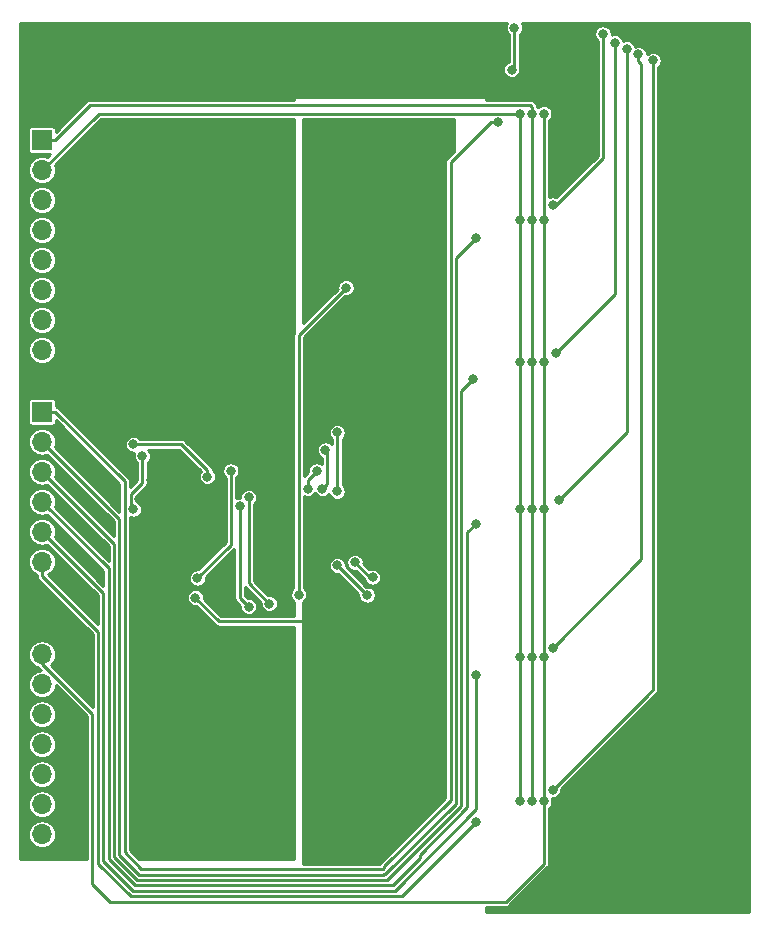
<source format=gbr>
G04 #@! TF.GenerationSoftware,KiCad,Pcbnew,5.1.3-ffb9f22~84~ubuntu18.04.1*
G04 #@! TF.CreationDate,2019-08-04T06:46:36-07:00*
G04 #@! TF.ProjectId,body_part_power,626f6479-5f70-4617-9274-5f706f776572,rev?*
G04 #@! TF.SameCoordinates,Original*
G04 #@! TF.FileFunction,Copper,L2,Bot*
G04 #@! TF.FilePolarity,Positive*
%FSLAX46Y46*%
G04 Gerber Fmt 4.6, Leading zero omitted, Abs format (unit mm)*
G04 Created by KiCad (PCBNEW 5.1.3-ffb9f22~84~ubuntu18.04.1) date 2019-08-04 06:46:36*
%MOMM*%
%LPD*%
G04 APERTURE LIST*
%ADD10R,1.700000X1.700000*%
%ADD11O,1.700000X1.700000*%
%ADD12C,0.800000*%
%ADD13C,0.250000*%
%ADD14C,0.254000*%
G04 APERTURE END LIST*
D10*
X153000000Y-86500000D03*
D11*
X153000000Y-89040000D03*
X153000000Y-91580000D03*
X153000000Y-94120000D03*
X153000000Y-96660000D03*
X153000000Y-99200000D03*
X153000000Y-101740000D03*
X153000000Y-104280000D03*
X153000000Y-63280000D03*
X153000000Y-60740000D03*
X153000000Y-58200000D03*
X153000000Y-55660000D03*
X153000000Y-53120000D03*
X153000000Y-50580000D03*
X153000000Y-48040000D03*
D10*
X153000000Y-45500000D03*
X153000000Y-68500000D03*
D11*
X153000000Y-71040000D03*
X153000000Y-73580000D03*
X153000000Y-76120000D03*
X153000000Y-78660000D03*
X153000000Y-81200000D03*
D12*
X184000000Y-87000000D03*
X209500000Y-61000000D03*
X208000000Y-64000000D03*
X210000000Y-64000000D03*
X212000000Y-64000000D03*
X205500000Y-61000000D03*
X207500000Y-61000000D03*
X211000000Y-64000000D03*
X211500000Y-63000000D03*
X209000000Y-62000000D03*
X208000000Y-62000000D03*
X209000000Y-64000000D03*
X207500000Y-63000000D03*
X211000000Y-62000000D03*
X207000000Y-62000000D03*
X210500000Y-61000000D03*
X210500000Y-63000000D03*
X210000000Y-62000000D03*
X208500000Y-63000000D03*
X207000000Y-64000000D03*
X206000000Y-62000000D03*
X206500000Y-63000000D03*
X209500000Y-63000000D03*
X206500000Y-61000000D03*
X208500000Y-61000000D03*
X209500000Y-73500000D03*
X208000000Y-76500000D03*
X210000000Y-76500000D03*
X212000000Y-76500000D03*
X205500000Y-73500000D03*
X207500000Y-73500000D03*
X211000000Y-76500000D03*
X211500000Y-75500000D03*
X209000000Y-74500000D03*
X208000000Y-74500000D03*
X209000000Y-76500000D03*
X207500000Y-75500000D03*
X211000000Y-74500000D03*
X207000000Y-74500000D03*
X210500000Y-73500000D03*
X210500000Y-75500000D03*
X210000000Y-74500000D03*
X208500000Y-75500000D03*
X207000000Y-76500000D03*
X206000000Y-74500000D03*
X206500000Y-75500000D03*
X209500000Y-75500000D03*
X206500000Y-73500000D03*
X208500000Y-73500000D03*
X209500000Y-86000000D03*
X208000000Y-89000000D03*
X210000000Y-89000000D03*
X212000000Y-89000000D03*
X205500000Y-86000000D03*
X207500000Y-86000000D03*
X211000000Y-89000000D03*
X211500000Y-88000000D03*
X209000000Y-87000000D03*
X208000000Y-87000000D03*
X209000000Y-89000000D03*
X207500000Y-88000000D03*
X211000000Y-87000000D03*
X207000000Y-87000000D03*
X210500000Y-86000000D03*
X210500000Y-88000000D03*
X210000000Y-87000000D03*
X208500000Y-88000000D03*
X207000000Y-89000000D03*
X206000000Y-87000000D03*
X206500000Y-88000000D03*
X209500000Y-88000000D03*
X206500000Y-86000000D03*
X208500000Y-86000000D03*
X210000000Y-99000000D03*
X208500000Y-102000000D03*
X210500000Y-102000000D03*
X212500000Y-102000000D03*
X206000000Y-99000000D03*
X208000000Y-99000000D03*
X211500000Y-102000000D03*
X212000000Y-101000000D03*
X209500000Y-100000000D03*
X208500000Y-100000000D03*
X209500000Y-102000000D03*
X208000000Y-101000000D03*
X211500000Y-100000000D03*
X207500000Y-100000000D03*
X211000000Y-99000000D03*
X211000000Y-101000000D03*
X210500000Y-100000000D03*
X209000000Y-101000000D03*
X207500000Y-102000000D03*
X206500000Y-100000000D03*
X207000000Y-101000000D03*
X210000000Y-101000000D03*
X207000000Y-99000000D03*
X209000000Y-99000000D03*
X161500000Y-72250000D03*
X160750000Y-76750000D03*
X162250000Y-81500000D03*
X161225000Y-75855571D03*
X164512653Y-72252347D03*
X162225000Y-74275000D03*
X176000000Y-39500000D03*
X198500000Y-40000000D03*
X177000000Y-39500000D03*
X178000000Y-39500000D03*
X179000000Y-39500000D03*
X180000000Y-39500000D03*
X181000000Y-39500000D03*
X182000000Y-39500000D03*
X183000000Y-39500000D03*
X184000000Y-39500000D03*
X185000000Y-39500000D03*
X186000000Y-39500000D03*
X187000000Y-39500000D03*
X176500000Y-40500000D03*
X177500000Y-40500000D03*
X178500000Y-40500000D03*
X179500000Y-40500000D03*
X180500000Y-40500000D03*
X181500000Y-40500000D03*
X182500000Y-40500000D03*
X183500000Y-40500000D03*
X184500000Y-40500000D03*
X185500000Y-40500000D03*
X186500000Y-40500000D03*
X187500000Y-40500000D03*
X205500000Y-48500000D03*
X206500000Y-48500000D03*
X207500000Y-48500000D03*
X208500000Y-48500000D03*
X209500000Y-48500000D03*
X210500000Y-48500000D03*
X206000000Y-49500000D03*
X207000000Y-49500000D03*
X208000000Y-49500000D03*
X209000000Y-49500000D03*
X210000000Y-49500000D03*
X211000000Y-49500000D03*
X211500000Y-50500000D03*
X210500000Y-50500000D03*
X209500000Y-50500000D03*
X208500000Y-50500000D03*
X207500000Y-50500000D03*
X206500000Y-50500000D03*
X207000000Y-51500000D03*
X208000000Y-51500000D03*
X209000000Y-51500000D03*
X210000000Y-51500000D03*
X211000000Y-51500000D03*
X212000000Y-51500000D03*
X195500003Y-101500000D03*
X195500006Y-89250000D03*
X195500000Y-76750000D03*
X195500000Y-64250000D03*
X195500000Y-52250000D03*
X195500006Y-43250000D03*
X167000000Y-74000000D03*
X160750000Y-71250000D03*
X166000000Y-84250000D03*
X175500000Y-86250000D03*
X178000000Y-97500000D03*
X177000000Y-98000000D03*
X178000000Y-98500000D03*
X177000000Y-99000000D03*
X178000000Y-99500000D03*
X177000000Y-100000000D03*
X178000000Y-100500000D03*
X177000000Y-101000000D03*
X178000000Y-101500000D03*
X177000000Y-102000000D03*
X178000000Y-102500000D03*
X177000000Y-103000000D03*
X178000000Y-103500000D03*
X177000000Y-104000000D03*
X179000000Y-98000000D03*
X179000000Y-99000000D03*
X179000000Y-100000000D03*
X179000000Y-101000000D03*
X179000000Y-102000000D03*
X179000000Y-103000000D03*
X179000000Y-104000000D03*
X180500000Y-75500000D03*
X181500000Y-75500000D03*
X182500000Y-75500000D03*
X183500000Y-75500000D03*
X184500000Y-75500000D03*
X185500000Y-75500000D03*
X180000000Y-76500000D03*
X181000000Y-76500000D03*
X182000000Y-76500000D03*
X183000000Y-76500000D03*
X184000000Y-76500000D03*
X185000000Y-76500000D03*
X185500000Y-77500000D03*
X184500000Y-77500000D03*
X183500000Y-77500000D03*
X182500000Y-77500000D03*
X181500000Y-77500000D03*
X180500000Y-77500000D03*
X180000000Y-71500000D03*
X181000000Y-71000000D03*
X182000000Y-70500000D03*
X182000000Y-71500000D03*
X181000000Y-72000000D03*
X180000000Y-72500000D03*
X179000000Y-72000000D03*
X179000000Y-73000000D03*
X180000000Y-73500000D03*
X181000000Y-73000000D03*
X182000000Y-72500000D03*
X179000000Y-62000000D03*
X179000000Y-63000000D03*
X179000000Y-64000000D03*
X179000000Y-65000000D03*
X180000000Y-65500000D03*
X180000000Y-64500000D03*
X180000000Y-63500000D03*
X180000000Y-62500000D03*
X180000000Y-61500000D03*
X181000000Y-62000000D03*
X181000000Y-63000000D03*
X181000000Y-64000000D03*
X181000000Y-65000000D03*
X179000000Y-66000000D03*
X181000000Y-61000000D03*
X180000000Y-49500000D03*
X179000000Y-53000000D03*
X179000000Y-51000000D03*
X180000000Y-51500000D03*
X180000000Y-50500000D03*
X180000000Y-48500000D03*
X180000000Y-52500000D03*
X178000000Y-50500000D03*
X179000000Y-49000000D03*
X178000000Y-52500000D03*
X178000000Y-51500000D03*
X178000000Y-49500000D03*
X179000000Y-50000000D03*
X179000000Y-52000000D03*
X178000000Y-53500000D03*
X182000000Y-87000000D03*
X183000000Y-87000000D03*
X185000000Y-87000000D03*
X186000000Y-87000000D03*
X181500000Y-88000000D03*
X182500000Y-88000000D03*
X183500000Y-88000000D03*
X184500000Y-88000000D03*
X185500000Y-88000000D03*
X186500000Y-88000000D03*
X181000000Y-87000000D03*
X174750000Y-84000000D03*
X178750000Y-58000000D03*
X178000000Y-81500000D03*
X180525306Y-84025306D03*
X179500000Y-81250000D03*
X181012653Y-82512653D03*
X178000000Y-75250000D03*
X178000000Y-70250000D03*
X176750000Y-75000000D03*
X176987347Y-71737347D03*
X175500000Y-75000000D03*
X176250000Y-73500000D03*
X170500000Y-85000000D03*
X169750000Y-76500000D03*
X170500000Y-75750000D03*
X172250000Y-84750000D03*
X204750000Y-38750000D03*
X196250000Y-100500000D03*
X196250000Y-88500000D03*
X203500000Y-38250000D03*
X196750000Y-76000000D03*
X202500000Y-37750000D03*
X201500000Y-37250000D03*
X196500000Y-63500000D03*
X200500000Y-36500000D03*
X196250000Y-51000000D03*
X193000000Y-36000000D03*
X192770615Y-39551734D03*
X193500000Y-101500000D03*
X193500000Y-89250000D03*
X193500000Y-76750000D03*
X193500000Y-64250000D03*
X193500000Y-52250000D03*
X193500000Y-43250000D03*
X194500000Y-101500000D03*
X194500003Y-89250000D03*
X194500000Y-76750000D03*
X194500000Y-64250000D03*
X194500000Y-52250000D03*
X194500003Y-43250000D03*
X191579401Y-43979998D03*
X189750000Y-53750000D03*
X189500000Y-65750000D03*
X189750000Y-78000000D03*
X189750000Y-90750000D03*
X189750000Y-103250000D03*
X166169142Y-82580858D03*
X169000000Y-73500000D03*
D13*
X161500000Y-72250000D02*
X161500000Y-74500000D01*
X161500000Y-74500000D02*
X160500000Y-75500000D01*
X160500000Y-76500000D02*
X160500000Y-75500000D01*
X160750000Y-76750000D02*
X160500000Y-76500000D01*
X164512653Y-72567918D02*
X164512653Y-72252347D01*
X162490285Y-74540285D02*
X162540285Y-74540285D01*
X162225000Y-74275000D02*
X162490285Y-74540285D01*
X161225000Y-75855571D02*
X162540285Y-74540285D01*
X162540285Y-74540285D02*
X164512653Y-72567918D01*
X195500006Y-52249994D02*
X195500000Y-52250000D01*
X195500006Y-43250000D02*
X195500006Y-52249994D01*
X195500000Y-52250000D02*
X195500000Y-64250000D01*
X195500000Y-64250000D02*
X195500000Y-76750000D01*
X195500000Y-89249994D02*
X195500006Y-89250000D01*
X195500000Y-76750000D02*
X195500000Y-89249994D01*
X195500006Y-101499997D02*
X195500003Y-101500000D01*
X195500006Y-89250000D02*
X195500006Y-101499997D01*
X153000000Y-89840998D02*
X157250000Y-94090998D01*
X153000000Y-89040000D02*
X153000000Y-89840998D01*
X157250000Y-94090998D02*
X157250000Y-108500000D01*
X157250000Y-108500000D02*
X158750000Y-110000000D01*
X158750000Y-110000000D02*
X192250000Y-110000000D01*
X195500003Y-106749997D02*
X195500003Y-101500000D01*
X192250000Y-110000000D02*
X195500003Y-106749997D01*
X167000000Y-73434315D02*
X167000000Y-74000000D01*
X164815685Y-71250000D02*
X167000000Y-73434315D01*
X160750000Y-71250000D02*
X164815685Y-71250000D01*
X166000000Y-84250000D02*
X168000000Y-86250000D01*
X168000000Y-86250000D02*
X175500000Y-86250000D01*
X174750000Y-84000000D02*
X174750000Y-62000000D01*
X174750000Y-62000000D02*
X178750000Y-58000000D01*
X180500000Y-84000000D02*
X180525306Y-84025306D01*
X178000000Y-81500000D02*
X180500000Y-84000000D01*
X179500000Y-81250000D02*
X180887653Y-82637653D01*
X180887653Y-82637653D02*
X181012653Y-82512653D01*
X178000000Y-75250000D02*
X178000000Y-70250000D01*
X177149999Y-71899999D02*
X176987347Y-71737347D01*
X176750000Y-75000000D02*
X177149999Y-74600001D01*
X177149999Y-74600001D02*
X177149999Y-71899999D01*
X175500000Y-75000000D02*
X175500000Y-74250000D01*
X175500000Y-74250000D02*
X176250000Y-73500000D01*
X170500000Y-85000000D02*
X169750000Y-84250000D01*
X169750000Y-84250000D02*
X169750000Y-76500000D01*
X170500000Y-75750000D02*
X170500000Y-83000000D01*
X170500000Y-83000000D02*
X172250000Y-84750000D01*
X204200010Y-92549990D02*
X196250000Y-100500000D01*
X204750000Y-38750000D02*
X204750000Y-92000000D01*
X204750000Y-92000000D02*
X204200010Y-92549990D01*
X203750000Y-81000000D02*
X196250000Y-88500000D01*
X203750000Y-39065685D02*
X203750000Y-81000000D01*
X203500000Y-38815685D02*
X203750000Y-39065685D01*
X203500000Y-38250000D02*
X203500000Y-38815685D01*
X202500000Y-70250000D02*
X196750000Y-76000000D01*
X202500000Y-37750000D02*
X202500000Y-39250000D01*
X202500000Y-38500000D02*
X202500000Y-39250000D01*
X202500000Y-39250000D02*
X202500000Y-70250000D01*
X201500000Y-37250000D02*
X201500000Y-58500000D01*
X201500000Y-58500000D02*
X196500000Y-63500000D01*
X200500000Y-36500000D02*
X200500000Y-47000000D01*
X200500000Y-47000000D02*
X196500000Y-51000000D01*
X196500000Y-51000000D02*
X196250000Y-51000000D01*
X193000000Y-36000000D02*
X193000000Y-39322349D01*
X193000000Y-39322349D02*
X192770615Y-39551734D01*
X193500000Y-43250000D02*
X193500000Y-52250000D01*
X193500000Y-52250000D02*
X193500000Y-64250000D01*
X193500000Y-64250000D02*
X193500000Y-76750000D01*
X193500000Y-76750000D02*
X193500000Y-89250000D01*
X193500000Y-89250000D02*
X193500000Y-101500000D01*
X157790000Y-43250000D02*
X153000000Y-48040000D01*
X193500000Y-43250000D02*
X157790000Y-43250000D01*
X194500003Y-52249997D02*
X194500000Y-52250000D01*
X194500003Y-43250000D02*
X194500003Y-52249997D01*
X194500000Y-52250000D02*
X194500000Y-64250000D01*
X194500000Y-64250000D02*
X194500000Y-76750000D01*
X194500000Y-89249997D02*
X194500003Y-89250000D01*
X194500000Y-76750000D02*
X194500000Y-89249997D01*
X194500003Y-101499997D02*
X194500000Y-101500000D01*
X194500003Y-89250000D02*
X194500003Y-101499997D01*
X157075001Y-42524999D02*
X154100000Y-45500000D01*
X154100000Y-45500000D02*
X153000000Y-45500000D01*
X194340687Y-42524999D02*
X157075001Y-42524999D01*
X194500003Y-42684315D02*
X194340687Y-42524999D01*
X194500003Y-43250000D02*
X194500003Y-42684315D01*
X154100000Y-68500000D02*
X153000000Y-68500000D01*
X160000050Y-105818000D02*
X160000050Y-74400050D01*
X181877199Y-107213571D02*
X161395621Y-107213571D01*
X161395621Y-107213571D02*
X160000050Y-105818000D01*
X191579401Y-43979998D02*
X191013716Y-43979998D01*
X160000050Y-74400050D02*
X154100000Y-68500000D01*
X182000000Y-107090770D02*
X181877199Y-107213571D01*
X191013716Y-43979998D02*
X187599980Y-47393734D01*
X187599980Y-47393734D02*
X187599980Y-101400020D01*
X187599980Y-101400020D02*
X182000000Y-107000000D01*
X182000000Y-107000000D02*
X182000000Y-107090770D01*
X159550040Y-77590040D02*
X159550040Y-106004400D01*
X153000000Y-71040000D02*
X159550040Y-77590040D01*
X159550040Y-106004400D02*
X161245600Y-107699960D01*
X161245600Y-107699960D02*
X181913630Y-107699960D01*
X181950009Y-107663581D02*
X182063599Y-107663581D01*
X181913630Y-107699960D02*
X181950009Y-107663581D01*
X188049990Y-55450010D02*
X189750000Y-53750000D01*
X182063599Y-107663581D02*
X188049990Y-101677190D01*
X188049990Y-101677190D02*
X188049990Y-55450010D01*
X189500000Y-65750000D02*
X188500000Y-66750000D01*
X188500000Y-101863590D02*
X182250000Y-108113590D01*
X188500000Y-66750000D02*
X188500000Y-101863590D01*
X182136410Y-108113590D02*
X182100030Y-108149970D01*
X182250000Y-108113590D02*
X182136410Y-108113590D01*
X182100030Y-108149970D02*
X161059200Y-108149970D01*
X153849999Y-74429999D02*
X153000000Y-73580000D01*
X159100030Y-79680030D02*
X153849999Y-74429999D01*
X159100030Y-106190800D02*
X159100030Y-79680030D01*
X161059200Y-108149970D02*
X159100030Y-106190800D01*
X189024999Y-78725001D02*
X189024999Y-101975001D01*
X189750000Y-78000000D02*
X189024999Y-78725001D01*
X185000000Y-106000000D02*
X185000000Y-106290588D01*
X189024999Y-101975001D02*
X185000000Y-106000000D01*
X185000000Y-106290588D02*
X182690608Y-108599980D01*
X182690608Y-108599980D02*
X160872800Y-108599980D01*
X160872800Y-108599980D02*
X158650020Y-106377200D01*
X158650020Y-81770020D02*
X153000000Y-76120000D01*
X158650020Y-106377200D02*
X158650020Y-81770020D01*
X189750000Y-102176998D02*
X182877008Y-109049990D01*
X189750000Y-90750000D02*
X189750000Y-102176998D01*
X182877008Y-109049990D02*
X160686400Y-109049990D01*
X158200010Y-83860010D02*
X153849999Y-79509999D01*
X153849999Y-79509999D02*
X153000000Y-78660000D01*
X158200010Y-106563600D02*
X158200010Y-83860010D01*
X160686400Y-109049990D02*
X158200010Y-106563600D01*
X153000000Y-82402081D02*
X157750000Y-87152081D01*
X153000000Y-81200000D02*
X153000000Y-82402081D01*
X157750000Y-106750000D02*
X160500000Y-109500000D01*
X157750000Y-87152081D02*
X157750000Y-106750000D01*
X160500000Y-109500000D02*
X183500000Y-109500000D01*
X183500000Y-109500000D02*
X189750000Y-103250000D01*
X166169142Y-82580858D02*
X169000000Y-79750000D01*
X169000000Y-79750000D02*
X169000000Y-73500000D01*
D14*
G36*
X192355741Y-35655636D02*
G01*
X192300938Y-35787942D01*
X192273000Y-35928397D01*
X192273000Y-36071603D01*
X192300938Y-36212058D01*
X192355741Y-36344364D01*
X192435302Y-36463436D01*
X192536564Y-36564698D01*
X192548000Y-36572339D01*
X192548001Y-38857045D01*
X192426251Y-38907475D01*
X192307179Y-38987036D01*
X192205917Y-39088298D01*
X192126356Y-39207370D01*
X192071553Y-39339676D01*
X192043615Y-39480131D01*
X192043615Y-39623337D01*
X192071553Y-39763792D01*
X192126356Y-39896098D01*
X192205917Y-40015170D01*
X192307179Y-40116432D01*
X192426251Y-40195993D01*
X192558557Y-40250796D01*
X192699012Y-40278734D01*
X192842218Y-40278734D01*
X192982673Y-40250796D01*
X193114979Y-40195993D01*
X193234051Y-40116432D01*
X193335313Y-40015170D01*
X193414874Y-39896098D01*
X193469677Y-39763792D01*
X193497615Y-39623337D01*
X193497615Y-39480131D01*
X193469677Y-39339676D01*
X193452000Y-39297000D01*
X193452000Y-36572339D01*
X193463436Y-36564698D01*
X193564698Y-36463436D01*
X193644259Y-36344364D01*
X193699062Y-36212058D01*
X193727000Y-36071603D01*
X193727000Y-35928397D01*
X193699062Y-35787942D01*
X193644259Y-35655636D01*
X193625125Y-35627000D01*
X212873000Y-35627000D01*
X212873000Y-110873000D01*
X190627000Y-110873000D01*
X190627000Y-110452000D01*
X192227795Y-110452000D01*
X192250000Y-110454187D01*
X192272205Y-110452000D01*
X192338607Y-110445460D01*
X192423810Y-110419614D01*
X192502333Y-110377643D01*
X192571159Y-110321159D01*
X192585323Y-110303900D01*
X195803915Y-107085310D01*
X195821162Y-107071156D01*
X195877646Y-107002330D01*
X195919617Y-106923807D01*
X195945463Y-106838604D01*
X195945463Y-106838603D01*
X195954190Y-106749998D01*
X195952003Y-106727793D01*
X195952003Y-102072339D01*
X195963439Y-102064698D01*
X196064701Y-101963436D01*
X196144262Y-101844364D01*
X196199065Y-101712058D01*
X196227003Y-101571603D01*
X196227003Y-101428397D01*
X196199065Y-101287942D01*
X196173411Y-101226008D01*
X196178397Y-101227000D01*
X196321603Y-101227000D01*
X196462058Y-101199062D01*
X196594364Y-101144259D01*
X196713436Y-101064698D01*
X196814698Y-100963436D01*
X196894259Y-100844364D01*
X196949062Y-100712058D01*
X196977000Y-100571603D01*
X196977000Y-100428397D01*
X196974317Y-100414906D01*
X204535323Y-92853901D01*
X204535327Y-92853896D01*
X205053910Y-92335315D01*
X205071159Y-92321159D01*
X205127643Y-92252333D01*
X205169614Y-92173810D01*
X205195460Y-92088607D01*
X205204187Y-92000001D01*
X205202000Y-91977796D01*
X205202000Y-39322339D01*
X205213436Y-39314698D01*
X205314698Y-39213436D01*
X205394259Y-39094364D01*
X205449062Y-38962058D01*
X205477000Y-38821603D01*
X205477000Y-38678397D01*
X205449062Y-38537942D01*
X205394259Y-38405636D01*
X205314698Y-38286564D01*
X205213436Y-38185302D01*
X205094364Y-38105741D01*
X204962058Y-38050938D01*
X204821603Y-38023000D01*
X204678397Y-38023000D01*
X204537942Y-38050938D01*
X204405636Y-38105741D01*
X204286564Y-38185302D01*
X204227000Y-38244866D01*
X204227000Y-38178397D01*
X204199062Y-38037942D01*
X204144259Y-37905636D01*
X204064698Y-37786564D01*
X203963436Y-37685302D01*
X203844364Y-37605741D01*
X203712058Y-37550938D01*
X203571603Y-37523000D01*
X203428397Y-37523000D01*
X203287942Y-37550938D01*
X203208216Y-37583962D01*
X203199062Y-37537942D01*
X203144259Y-37405636D01*
X203064698Y-37286564D01*
X202963436Y-37185302D01*
X202844364Y-37105741D01*
X202712058Y-37050938D01*
X202571603Y-37023000D01*
X202428397Y-37023000D01*
X202287942Y-37050938D01*
X202208216Y-37083962D01*
X202199062Y-37037942D01*
X202144259Y-36905636D01*
X202064698Y-36786564D01*
X201963436Y-36685302D01*
X201844364Y-36605741D01*
X201712058Y-36550938D01*
X201571603Y-36523000D01*
X201428397Y-36523000D01*
X201287942Y-36550938D01*
X201226008Y-36576592D01*
X201227000Y-36571603D01*
X201227000Y-36428397D01*
X201199062Y-36287942D01*
X201144259Y-36155636D01*
X201064698Y-36036564D01*
X200963436Y-35935302D01*
X200844364Y-35855741D01*
X200712058Y-35800938D01*
X200571603Y-35773000D01*
X200428397Y-35773000D01*
X200287942Y-35800938D01*
X200155636Y-35855741D01*
X200036564Y-35935302D01*
X199935302Y-36036564D01*
X199855741Y-36155636D01*
X199800938Y-36287942D01*
X199773000Y-36428397D01*
X199773000Y-36571603D01*
X199800938Y-36712058D01*
X199855741Y-36844364D01*
X199935302Y-36963436D01*
X200036564Y-37064698D01*
X200048000Y-37072339D01*
X200048001Y-46812774D01*
X196531199Y-50329577D01*
X196462058Y-50300938D01*
X196321603Y-50273000D01*
X196178397Y-50273000D01*
X196037942Y-50300938D01*
X195952006Y-50336534D01*
X195952006Y-43822339D01*
X195963442Y-43814698D01*
X196064704Y-43713436D01*
X196144265Y-43594364D01*
X196199068Y-43462058D01*
X196227006Y-43321603D01*
X196227006Y-43178397D01*
X196199068Y-43037942D01*
X196144265Y-42905636D01*
X196064704Y-42786564D01*
X195963442Y-42685302D01*
X195844370Y-42605741D01*
X195712064Y-42550938D01*
X195571609Y-42523000D01*
X195428403Y-42523000D01*
X195287948Y-42550938D01*
X195155642Y-42605741D01*
X195036570Y-42685302D01*
X195000005Y-42721868D01*
X194963439Y-42685302D01*
X194953643Y-42678756D01*
X194945463Y-42595707D01*
X194931882Y-42550938D01*
X194919617Y-42510505D01*
X194877646Y-42431982D01*
X194821162Y-42363156D01*
X194803903Y-42348992D01*
X194676010Y-42221099D01*
X194661846Y-42203840D01*
X194593020Y-42147356D01*
X194514497Y-42105385D01*
X194429294Y-42079539D01*
X194362892Y-42072999D01*
X194340687Y-42070812D01*
X194318482Y-42072999D01*
X190627000Y-42072999D01*
X190627000Y-42000000D01*
X190624560Y-41975224D01*
X190617333Y-41951399D01*
X190605597Y-41929443D01*
X190589803Y-41910197D01*
X190570557Y-41894403D01*
X190548601Y-41882667D01*
X190524776Y-41875440D01*
X190500000Y-41873000D01*
X174500000Y-41873000D01*
X174475224Y-41875440D01*
X174451399Y-41882667D01*
X174429443Y-41894403D01*
X174410197Y-41910197D01*
X174394403Y-41929443D01*
X174382667Y-41951399D01*
X174375440Y-41975224D01*
X174373000Y-42000000D01*
X174373000Y-42072999D01*
X157097206Y-42072999D01*
X157075001Y-42070812D01*
X156986393Y-42079539D01*
X156901191Y-42105385D01*
X156822668Y-42147356D01*
X156753842Y-42203840D01*
X156739682Y-42221094D01*
X154178582Y-44782195D01*
X154178582Y-44650000D01*
X154172268Y-44585897D01*
X154153570Y-44524257D01*
X154123206Y-44467450D01*
X154082343Y-44417657D01*
X154032550Y-44376794D01*
X153975743Y-44346430D01*
X153914103Y-44327732D01*
X153850000Y-44321418D01*
X152150000Y-44321418D01*
X152085897Y-44327732D01*
X152024257Y-44346430D01*
X151967450Y-44376794D01*
X151917657Y-44417657D01*
X151876794Y-44467450D01*
X151846430Y-44524257D01*
X151827732Y-44585897D01*
X151821418Y-44650000D01*
X151821418Y-46350000D01*
X151827732Y-46414103D01*
X151846430Y-46475743D01*
X151876794Y-46532550D01*
X151917657Y-46582343D01*
X151967450Y-46623206D01*
X152024257Y-46653570D01*
X152085897Y-46672268D01*
X152150000Y-46678582D01*
X153722195Y-46678582D01*
X153453149Y-46947628D01*
X153452597Y-46947333D01*
X153230732Y-46880031D01*
X153057812Y-46863000D01*
X152942188Y-46863000D01*
X152769268Y-46880031D01*
X152547403Y-46947333D01*
X152342930Y-47056626D01*
X152163709Y-47203709D01*
X152016626Y-47382930D01*
X151907333Y-47587403D01*
X151840031Y-47809268D01*
X151817306Y-48040000D01*
X151840031Y-48270732D01*
X151907333Y-48492597D01*
X152016626Y-48697070D01*
X152163709Y-48876291D01*
X152342930Y-49023374D01*
X152547403Y-49132667D01*
X152769268Y-49199969D01*
X152942188Y-49217000D01*
X153057812Y-49217000D01*
X153230732Y-49199969D01*
X153452597Y-49132667D01*
X153657070Y-49023374D01*
X153836291Y-48876291D01*
X153983374Y-48697070D01*
X154092667Y-48492597D01*
X154159969Y-48270732D01*
X154182694Y-48040000D01*
X154159969Y-47809268D01*
X154092667Y-47587403D01*
X154092372Y-47586851D01*
X157977224Y-43702000D01*
X174373000Y-43702000D01*
X174373000Y-61746885D01*
X174372358Y-61747667D01*
X174330386Y-61826191D01*
X174304540Y-61911393D01*
X174295813Y-62000000D01*
X174298001Y-62022215D01*
X174298000Y-83427661D01*
X174286564Y-83435302D01*
X174185302Y-83536564D01*
X174105741Y-83655636D01*
X174050938Y-83787942D01*
X174023000Y-83928397D01*
X174023000Y-84071603D01*
X174050938Y-84212058D01*
X174105741Y-84344364D01*
X174185302Y-84463436D01*
X174286564Y-84564698D01*
X174373000Y-84622452D01*
X174373000Y-85798000D01*
X168187225Y-85798000D01*
X166724317Y-84335093D01*
X166727000Y-84321603D01*
X166727000Y-84178397D01*
X166699062Y-84037942D01*
X166644259Y-83905636D01*
X166564698Y-83786564D01*
X166463436Y-83685302D01*
X166344364Y-83605741D01*
X166212058Y-83550938D01*
X166071603Y-83523000D01*
X165928397Y-83523000D01*
X165787942Y-83550938D01*
X165655636Y-83605741D01*
X165536564Y-83685302D01*
X165435302Y-83786564D01*
X165355741Y-83905636D01*
X165300938Y-84037942D01*
X165273000Y-84178397D01*
X165273000Y-84321603D01*
X165300938Y-84462058D01*
X165355741Y-84594364D01*
X165435302Y-84713436D01*
X165536564Y-84814698D01*
X165655636Y-84894259D01*
X165787942Y-84949062D01*
X165928397Y-84977000D01*
X166071603Y-84977000D01*
X166085093Y-84974317D01*
X167664686Y-86553911D01*
X167678841Y-86571159D01*
X167747667Y-86627643D01*
X167800039Y-86655636D01*
X167826190Y-86669614D01*
X167911392Y-86695460D01*
X167999999Y-86704187D01*
X168022204Y-86702000D01*
X174373000Y-86702000D01*
X174373000Y-106373000D01*
X161194274Y-106373000D01*
X160452050Y-105630777D01*
X160452050Y-82509255D01*
X165442142Y-82509255D01*
X165442142Y-82652461D01*
X165470080Y-82792916D01*
X165524883Y-82925222D01*
X165604444Y-83044294D01*
X165705706Y-83145556D01*
X165824778Y-83225117D01*
X165957084Y-83279920D01*
X166097539Y-83307858D01*
X166240745Y-83307858D01*
X166381200Y-83279920D01*
X166513506Y-83225117D01*
X166632578Y-83145556D01*
X166733840Y-83044294D01*
X166813401Y-82925222D01*
X166868204Y-82792916D01*
X166896142Y-82652461D01*
X166896142Y-82509255D01*
X166893459Y-82495765D01*
X169298001Y-80091223D01*
X169298000Y-84227795D01*
X169295813Y-84250000D01*
X169304540Y-84338607D01*
X169313963Y-84369670D01*
X169330386Y-84423809D01*
X169372357Y-84502332D01*
X169428841Y-84571159D01*
X169446100Y-84585323D01*
X169775683Y-84914907D01*
X169773000Y-84928397D01*
X169773000Y-85071603D01*
X169800938Y-85212058D01*
X169855741Y-85344364D01*
X169935302Y-85463436D01*
X170036564Y-85564698D01*
X170155636Y-85644259D01*
X170287942Y-85699062D01*
X170428397Y-85727000D01*
X170571603Y-85727000D01*
X170712058Y-85699062D01*
X170844364Y-85644259D01*
X170963436Y-85564698D01*
X171064698Y-85463436D01*
X171144259Y-85344364D01*
X171199062Y-85212058D01*
X171227000Y-85071603D01*
X171227000Y-84928397D01*
X171199062Y-84787942D01*
X171144259Y-84655636D01*
X171064698Y-84536564D01*
X170963436Y-84435302D01*
X170844364Y-84355741D01*
X170712058Y-84300938D01*
X170571603Y-84273000D01*
X170428397Y-84273000D01*
X170414907Y-84275683D01*
X170202000Y-84062777D01*
X170202000Y-83341223D01*
X171525683Y-84664907D01*
X171523000Y-84678397D01*
X171523000Y-84821603D01*
X171550938Y-84962058D01*
X171605741Y-85094364D01*
X171685302Y-85213436D01*
X171786564Y-85314698D01*
X171905636Y-85394259D01*
X172037942Y-85449062D01*
X172178397Y-85477000D01*
X172321603Y-85477000D01*
X172462058Y-85449062D01*
X172594364Y-85394259D01*
X172713436Y-85314698D01*
X172814698Y-85213436D01*
X172894259Y-85094364D01*
X172949062Y-84962058D01*
X172977000Y-84821603D01*
X172977000Y-84678397D01*
X172949062Y-84537942D01*
X172894259Y-84405636D01*
X172814698Y-84286564D01*
X172713436Y-84185302D01*
X172594364Y-84105741D01*
X172462058Y-84050938D01*
X172321603Y-84023000D01*
X172178397Y-84023000D01*
X172164907Y-84025683D01*
X170952000Y-82812777D01*
X170952000Y-76322339D01*
X170963436Y-76314698D01*
X171064698Y-76213436D01*
X171144259Y-76094364D01*
X171199062Y-75962058D01*
X171227000Y-75821603D01*
X171227000Y-75678397D01*
X171199062Y-75537942D01*
X171144259Y-75405636D01*
X171064698Y-75286564D01*
X170963436Y-75185302D01*
X170844364Y-75105741D01*
X170712058Y-75050938D01*
X170571603Y-75023000D01*
X170428397Y-75023000D01*
X170287942Y-75050938D01*
X170155636Y-75105741D01*
X170036564Y-75185302D01*
X169935302Y-75286564D01*
X169855741Y-75405636D01*
X169800938Y-75537942D01*
X169773000Y-75678397D01*
X169773000Y-75773000D01*
X169678397Y-75773000D01*
X169537942Y-75800938D01*
X169452000Y-75836536D01*
X169452000Y-74072339D01*
X169463436Y-74064698D01*
X169564698Y-73963436D01*
X169644259Y-73844364D01*
X169699062Y-73712058D01*
X169727000Y-73571603D01*
X169727000Y-73428397D01*
X169699062Y-73287942D01*
X169644259Y-73155636D01*
X169564698Y-73036564D01*
X169463436Y-72935302D01*
X169344364Y-72855741D01*
X169212058Y-72800938D01*
X169071603Y-72773000D01*
X168928397Y-72773000D01*
X168787942Y-72800938D01*
X168655636Y-72855741D01*
X168536564Y-72935302D01*
X168435302Y-73036564D01*
X168355741Y-73155636D01*
X168300938Y-73287942D01*
X168273000Y-73428397D01*
X168273000Y-73571603D01*
X168300938Y-73712058D01*
X168355741Y-73844364D01*
X168435302Y-73963436D01*
X168536564Y-74064698D01*
X168548001Y-74072340D01*
X168548000Y-79562776D01*
X166254235Y-81856541D01*
X166240745Y-81853858D01*
X166097539Y-81853858D01*
X165957084Y-81881796D01*
X165824778Y-81936599D01*
X165705706Y-82016160D01*
X165604444Y-82117422D01*
X165524883Y-82236494D01*
X165470080Y-82368800D01*
X165442142Y-82509255D01*
X160452050Y-82509255D01*
X160452050Y-77413484D01*
X160537942Y-77449062D01*
X160678397Y-77477000D01*
X160821603Y-77477000D01*
X160962058Y-77449062D01*
X161094364Y-77394259D01*
X161213436Y-77314698D01*
X161314698Y-77213436D01*
X161394259Y-77094364D01*
X161449062Y-76962058D01*
X161477000Y-76821603D01*
X161477000Y-76678397D01*
X161449062Y-76537942D01*
X161394259Y-76405636D01*
X161314698Y-76286564D01*
X161213436Y-76185302D01*
X161094364Y-76105741D01*
X160962058Y-76050938D01*
X160952000Y-76048937D01*
X160952000Y-75687223D01*
X161803905Y-74835319D01*
X161821159Y-74821159D01*
X161877643Y-74752333D01*
X161919614Y-74673810D01*
X161935268Y-74622205D01*
X161945460Y-74588608D01*
X161954187Y-74500000D01*
X161952000Y-74477795D01*
X161952000Y-72822339D01*
X161963436Y-72814698D01*
X162064698Y-72713436D01*
X162144259Y-72594364D01*
X162199062Y-72462058D01*
X162227000Y-72321603D01*
X162227000Y-72178397D01*
X162199062Y-72037942D01*
X162144259Y-71905636D01*
X162064698Y-71786564D01*
X161980134Y-71702000D01*
X164628462Y-71702000D01*
X166449164Y-73522702D01*
X166435302Y-73536564D01*
X166355741Y-73655636D01*
X166300938Y-73787942D01*
X166273000Y-73928397D01*
X166273000Y-74071603D01*
X166300938Y-74212058D01*
X166355741Y-74344364D01*
X166435302Y-74463436D01*
X166536564Y-74564698D01*
X166655636Y-74644259D01*
X166787942Y-74699062D01*
X166928397Y-74727000D01*
X167071603Y-74727000D01*
X167212058Y-74699062D01*
X167344364Y-74644259D01*
X167463436Y-74564698D01*
X167564698Y-74463436D01*
X167644259Y-74344364D01*
X167699062Y-74212058D01*
X167727000Y-74071603D01*
X167727000Y-73928397D01*
X167699062Y-73787942D01*
X167644259Y-73655636D01*
X167564698Y-73536564D01*
X167463436Y-73435302D01*
X167453640Y-73428756D01*
X167445460Y-73345707D01*
X167419614Y-73260505D01*
X167386772Y-73199062D01*
X167377643Y-73181982D01*
X167321159Y-73113156D01*
X167303906Y-73098997D01*
X165151008Y-70946100D01*
X165136844Y-70928841D01*
X165068018Y-70872357D01*
X164989495Y-70830386D01*
X164904292Y-70804540D01*
X164837890Y-70798000D01*
X164815685Y-70795813D01*
X164793480Y-70798000D01*
X161322339Y-70798000D01*
X161314698Y-70786564D01*
X161213436Y-70685302D01*
X161094364Y-70605741D01*
X160962058Y-70550938D01*
X160821603Y-70523000D01*
X160678397Y-70523000D01*
X160537942Y-70550938D01*
X160405636Y-70605741D01*
X160286564Y-70685302D01*
X160185302Y-70786564D01*
X160105741Y-70905636D01*
X160050938Y-71037942D01*
X160023000Y-71178397D01*
X160023000Y-71321603D01*
X160050938Y-71462058D01*
X160105741Y-71594364D01*
X160185302Y-71713436D01*
X160286564Y-71814698D01*
X160405636Y-71894259D01*
X160537942Y-71949062D01*
X160678397Y-71977000D01*
X160821603Y-71977000D01*
X160826592Y-71976008D01*
X160800938Y-72037942D01*
X160773000Y-72178397D01*
X160773000Y-72321603D01*
X160800938Y-72462058D01*
X160855741Y-72594364D01*
X160935302Y-72713436D01*
X161036564Y-72814698D01*
X161048000Y-72822339D01*
X161048001Y-74312775D01*
X160452050Y-74908727D01*
X160452050Y-74422255D01*
X160454237Y-74400050D01*
X160445510Y-74311442D01*
X160419664Y-74226240D01*
X160417590Y-74222359D01*
X160377693Y-74147717D01*
X160321209Y-74078891D01*
X160303955Y-74064731D01*
X154435323Y-68196100D01*
X154421159Y-68178841D01*
X154352333Y-68122357D01*
X154273810Y-68080386D01*
X154188607Y-68054540D01*
X154178582Y-68053553D01*
X154178582Y-67650000D01*
X154172268Y-67585897D01*
X154153570Y-67524257D01*
X154123206Y-67467450D01*
X154082343Y-67417657D01*
X154032550Y-67376794D01*
X153975743Y-67346430D01*
X153914103Y-67327732D01*
X153850000Y-67321418D01*
X152150000Y-67321418D01*
X152085897Y-67327732D01*
X152024257Y-67346430D01*
X151967450Y-67376794D01*
X151917657Y-67417657D01*
X151876794Y-67467450D01*
X151846430Y-67524257D01*
X151827732Y-67585897D01*
X151821418Y-67650000D01*
X151821418Y-69350000D01*
X151827732Y-69414103D01*
X151846430Y-69475743D01*
X151876794Y-69532550D01*
X151917657Y-69582343D01*
X151967450Y-69623206D01*
X152024257Y-69653570D01*
X152085897Y-69672268D01*
X152150000Y-69678582D01*
X153850000Y-69678582D01*
X153914103Y-69672268D01*
X153975743Y-69653570D01*
X154032550Y-69623206D01*
X154082343Y-69582343D01*
X154123206Y-69532550D01*
X154153570Y-69475743D01*
X154172268Y-69414103D01*
X154178582Y-69350000D01*
X154178582Y-69217805D01*
X159548051Y-74587275D01*
X159548051Y-76948826D01*
X154092372Y-71493149D01*
X154092667Y-71492597D01*
X154159969Y-71270732D01*
X154182694Y-71040000D01*
X154159969Y-70809268D01*
X154092667Y-70587403D01*
X153983374Y-70382930D01*
X153836291Y-70203709D01*
X153657070Y-70056626D01*
X153452597Y-69947333D01*
X153230732Y-69880031D01*
X153057812Y-69863000D01*
X152942188Y-69863000D01*
X152769268Y-69880031D01*
X152547403Y-69947333D01*
X152342930Y-70056626D01*
X152163709Y-70203709D01*
X152016626Y-70382930D01*
X151907333Y-70587403D01*
X151840031Y-70809268D01*
X151817306Y-71040000D01*
X151840031Y-71270732D01*
X151907333Y-71492597D01*
X152016626Y-71697070D01*
X152163709Y-71876291D01*
X152342930Y-72023374D01*
X152547403Y-72132667D01*
X152769268Y-72199969D01*
X152942188Y-72217000D01*
X153057812Y-72217000D01*
X153230732Y-72199969D01*
X153452597Y-72132667D01*
X153453149Y-72132372D01*
X159098040Y-77777265D01*
X159098040Y-79038816D01*
X154185321Y-74126098D01*
X154185312Y-74126087D01*
X154092373Y-74033148D01*
X154092667Y-74032597D01*
X154159969Y-73810732D01*
X154182694Y-73580000D01*
X154159969Y-73349268D01*
X154092667Y-73127403D01*
X153983374Y-72922930D01*
X153836291Y-72743709D01*
X153657070Y-72596626D01*
X153452597Y-72487333D01*
X153230732Y-72420031D01*
X153057812Y-72403000D01*
X152942188Y-72403000D01*
X152769268Y-72420031D01*
X152547403Y-72487333D01*
X152342930Y-72596626D01*
X152163709Y-72743709D01*
X152016626Y-72922930D01*
X151907333Y-73127403D01*
X151840031Y-73349268D01*
X151817306Y-73580000D01*
X151840031Y-73810732D01*
X151907333Y-74032597D01*
X152016626Y-74237070D01*
X152163709Y-74416291D01*
X152342930Y-74563374D01*
X152547403Y-74672667D01*
X152769268Y-74739969D01*
X152942188Y-74757000D01*
X153057812Y-74757000D01*
X153230732Y-74739969D01*
X153452597Y-74672667D01*
X153453148Y-74672373D01*
X153546087Y-74765312D01*
X153546098Y-74765321D01*
X158648031Y-79867255D01*
X158648031Y-81128807D01*
X154092372Y-76573149D01*
X154092667Y-76572597D01*
X154159969Y-76350732D01*
X154182694Y-76120000D01*
X154159969Y-75889268D01*
X154092667Y-75667403D01*
X153983374Y-75462930D01*
X153836291Y-75283709D01*
X153657070Y-75136626D01*
X153452597Y-75027333D01*
X153230732Y-74960031D01*
X153057812Y-74943000D01*
X152942188Y-74943000D01*
X152769268Y-74960031D01*
X152547403Y-75027333D01*
X152342930Y-75136626D01*
X152163709Y-75283709D01*
X152016626Y-75462930D01*
X151907333Y-75667403D01*
X151840031Y-75889268D01*
X151817306Y-76120000D01*
X151840031Y-76350732D01*
X151907333Y-76572597D01*
X152016626Y-76777070D01*
X152163709Y-76956291D01*
X152342930Y-77103374D01*
X152547403Y-77212667D01*
X152769268Y-77279969D01*
X152942188Y-77297000D01*
X153057812Y-77297000D01*
X153230732Y-77279969D01*
X153452597Y-77212667D01*
X153453149Y-77212372D01*
X158198021Y-81957245D01*
X158198021Y-83218797D01*
X154185321Y-79206098D01*
X154185312Y-79206087D01*
X154092373Y-79113148D01*
X154092667Y-79112597D01*
X154159969Y-78890732D01*
X154182694Y-78660000D01*
X154159969Y-78429268D01*
X154092667Y-78207403D01*
X153983374Y-78002930D01*
X153836291Y-77823709D01*
X153657070Y-77676626D01*
X153452597Y-77567333D01*
X153230732Y-77500031D01*
X153057812Y-77483000D01*
X152942188Y-77483000D01*
X152769268Y-77500031D01*
X152547403Y-77567333D01*
X152342930Y-77676626D01*
X152163709Y-77823709D01*
X152016626Y-78002930D01*
X151907333Y-78207403D01*
X151840031Y-78429268D01*
X151817306Y-78660000D01*
X151840031Y-78890732D01*
X151907333Y-79112597D01*
X152016626Y-79317070D01*
X152163709Y-79496291D01*
X152342930Y-79643374D01*
X152547403Y-79752667D01*
X152769268Y-79819969D01*
X152942188Y-79837000D01*
X153057812Y-79837000D01*
X153230732Y-79819969D01*
X153452597Y-79752667D01*
X153453148Y-79752373D01*
X153546087Y-79845312D01*
X153546098Y-79845321D01*
X157748011Y-84047235D01*
X157748011Y-86510867D01*
X153502914Y-82265772D01*
X153657070Y-82183374D01*
X153836291Y-82036291D01*
X153983374Y-81857070D01*
X154092667Y-81652597D01*
X154159969Y-81430732D01*
X154182694Y-81200000D01*
X154159969Y-80969268D01*
X154092667Y-80747403D01*
X153983374Y-80542930D01*
X153836291Y-80363709D01*
X153657070Y-80216626D01*
X153452597Y-80107333D01*
X153230732Y-80040031D01*
X153057812Y-80023000D01*
X152942188Y-80023000D01*
X152769268Y-80040031D01*
X152547403Y-80107333D01*
X152342930Y-80216626D01*
X152163709Y-80363709D01*
X152016626Y-80542930D01*
X151907333Y-80747403D01*
X151840031Y-80969268D01*
X151817306Y-81200000D01*
X151840031Y-81430732D01*
X151907333Y-81652597D01*
X152016626Y-81857070D01*
X152163709Y-82036291D01*
X152342930Y-82183374D01*
X152547403Y-82292667D01*
X152548001Y-82292848D01*
X152548001Y-82379866D01*
X152545813Y-82402081D01*
X152554540Y-82490688D01*
X152580386Y-82575890D01*
X152584858Y-82584256D01*
X152622358Y-82654414D01*
X152678842Y-82723240D01*
X152696096Y-82737400D01*
X157298000Y-87339306D01*
X157298000Y-93499774D01*
X153747437Y-89949212D01*
X153836291Y-89876291D01*
X153983374Y-89697070D01*
X154092667Y-89492597D01*
X154159969Y-89270732D01*
X154182694Y-89040000D01*
X154159969Y-88809268D01*
X154092667Y-88587403D01*
X153983374Y-88382930D01*
X153836291Y-88203709D01*
X153657070Y-88056626D01*
X153452597Y-87947333D01*
X153230732Y-87880031D01*
X153057812Y-87863000D01*
X152942188Y-87863000D01*
X152769268Y-87880031D01*
X152547403Y-87947333D01*
X152342930Y-88056626D01*
X152163709Y-88203709D01*
X152016626Y-88382930D01*
X151907333Y-88587403D01*
X151840031Y-88809268D01*
X151817306Y-89040000D01*
X151840031Y-89270732D01*
X151907333Y-89492597D01*
X152016626Y-89697070D01*
X152163709Y-89876291D01*
X152342930Y-90023374D01*
X152547403Y-90132667D01*
X152698185Y-90178406D01*
X152924519Y-90404740D01*
X152769268Y-90420031D01*
X152547403Y-90487333D01*
X152342930Y-90596626D01*
X152163709Y-90743709D01*
X152016626Y-90922930D01*
X151907333Y-91127403D01*
X151840031Y-91349268D01*
X151817306Y-91580000D01*
X151840031Y-91810732D01*
X151907333Y-92032597D01*
X152016626Y-92237070D01*
X152163709Y-92416291D01*
X152342930Y-92563374D01*
X152547403Y-92672667D01*
X152769268Y-92739969D01*
X152942188Y-92757000D01*
X153057812Y-92757000D01*
X153230732Y-92739969D01*
X153452597Y-92672667D01*
X153657070Y-92563374D01*
X153836291Y-92416291D01*
X153983374Y-92237070D01*
X154092667Y-92032597D01*
X154159969Y-91810732D01*
X154175260Y-91655481D01*
X156798000Y-94278222D01*
X156798001Y-106373000D01*
X151127000Y-106373000D01*
X151127000Y-104280000D01*
X151817306Y-104280000D01*
X151840031Y-104510732D01*
X151907333Y-104732597D01*
X152016626Y-104937070D01*
X152163709Y-105116291D01*
X152342930Y-105263374D01*
X152547403Y-105372667D01*
X152769268Y-105439969D01*
X152942188Y-105457000D01*
X153057812Y-105457000D01*
X153230732Y-105439969D01*
X153452597Y-105372667D01*
X153657070Y-105263374D01*
X153836291Y-105116291D01*
X153983374Y-104937070D01*
X154092667Y-104732597D01*
X154159969Y-104510732D01*
X154182694Y-104280000D01*
X154159969Y-104049268D01*
X154092667Y-103827403D01*
X153983374Y-103622930D01*
X153836291Y-103443709D01*
X153657070Y-103296626D01*
X153452597Y-103187333D01*
X153230732Y-103120031D01*
X153057812Y-103103000D01*
X152942188Y-103103000D01*
X152769268Y-103120031D01*
X152547403Y-103187333D01*
X152342930Y-103296626D01*
X152163709Y-103443709D01*
X152016626Y-103622930D01*
X151907333Y-103827403D01*
X151840031Y-104049268D01*
X151817306Y-104280000D01*
X151127000Y-104280000D01*
X151127000Y-101740000D01*
X151817306Y-101740000D01*
X151840031Y-101970732D01*
X151907333Y-102192597D01*
X152016626Y-102397070D01*
X152163709Y-102576291D01*
X152342930Y-102723374D01*
X152547403Y-102832667D01*
X152769268Y-102899969D01*
X152942188Y-102917000D01*
X153057812Y-102917000D01*
X153230732Y-102899969D01*
X153452597Y-102832667D01*
X153657070Y-102723374D01*
X153836291Y-102576291D01*
X153983374Y-102397070D01*
X154092667Y-102192597D01*
X154159969Y-101970732D01*
X154182694Y-101740000D01*
X154159969Y-101509268D01*
X154092667Y-101287403D01*
X153983374Y-101082930D01*
X153836291Y-100903709D01*
X153657070Y-100756626D01*
X153452597Y-100647333D01*
X153230732Y-100580031D01*
X153057812Y-100563000D01*
X152942188Y-100563000D01*
X152769268Y-100580031D01*
X152547403Y-100647333D01*
X152342930Y-100756626D01*
X152163709Y-100903709D01*
X152016626Y-101082930D01*
X151907333Y-101287403D01*
X151840031Y-101509268D01*
X151817306Y-101740000D01*
X151127000Y-101740000D01*
X151127000Y-99200000D01*
X151817306Y-99200000D01*
X151840031Y-99430732D01*
X151907333Y-99652597D01*
X152016626Y-99857070D01*
X152163709Y-100036291D01*
X152342930Y-100183374D01*
X152547403Y-100292667D01*
X152769268Y-100359969D01*
X152942188Y-100377000D01*
X153057812Y-100377000D01*
X153230732Y-100359969D01*
X153452597Y-100292667D01*
X153657070Y-100183374D01*
X153836291Y-100036291D01*
X153983374Y-99857070D01*
X154092667Y-99652597D01*
X154159969Y-99430732D01*
X154182694Y-99200000D01*
X154159969Y-98969268D01*
X154092667Y-98747403D01*
X153983374Y-98542930D01*
X153836291Y-98363709D01*
X153657070Y-98216626D01*
X153452597Y-98107333D01*
X153230732Y-98040031D01*
X153057812Y-98023000D01*
X152942188Y-98023000D01*
X152769268Y-98040031D01*
X152547403Y-98107333D01*
X152342930Y-98216626D01*
X152163709Y-98363709D01*
X152016626Y-98542930D01*
X151907333Y-98747403D01*
X151840031Y-98969268D01*
X151817306Y-99200000D01*
X151127000Y-99200000D01*
X151127000Y-96660000D01*
X151817306Y-96660000D01*
X151840031Y-96890732D01*
X151907333Y-97112597D01*
X152016626Y-97317070D01*
X152163709Y-97496291D01*
X152342930Y-97643374D01*
X152547403Y-97752667D01*
X152769268Y-97819969D01*
X152942188Y-97837000D01*
X153057812Y-97837000D01*
X153230732Y-97819969D01*
X153452597Y-97752667D01*
X153657070Y-97643374D01*
X153836291Y-97496291D01*
X153983374Y-97317070D01*
X154092667Y-97112597D01*
X154159969Y-96890732D01*
X154182694Y-96660000D01*
X154159969Y-96429268D01*
X154092667Y-96207403D01*
X153983374Y-96002930D01*
X153836291Y-95823709D01*
X153657070Y-95676626D01*
X153452597Y-95567333D01*
X153230732Y-95500031D01*
X153057812Y-95483000D01*
X152942188Y-95483000D01*
X152769268Y-95500031D01*
X152547403Y-95567333D01*
X152342930Y-95676626D01*
X152163709Y-95823709D01*
X152016626Y-96002930D01*
X151907333Y-96207403D01*
X151840031Y-96429268D01*
X151817306Y-96660000D01*
X151127000Y-96660000D01*
X151127000Y-94120000D01*
X151817306Y-94120000D01*
X151840031Y-94350732D01*
X151907333Y-94572597D01*
X152016626Y-94777070D01*
X152163709Y-94956291D01*
X152342930Y-95103374D01*
X152547403Y-95212667D01*
X152769268Y-95279969D01*
X152942188Y-95297000D01*
X153057812Y-95297000D01*
X153230732Y-95279969D01*
X153452597Y-95212667D01*
X153657070Y-95103374D01*
X153836291Y-94956291D01*
X153983374Y-94777070D01*
X154092667Y-94572597D01*
X154159969Y-94350732D01*
X154182694Y-94120000D01*
X154159969Y-93889268D01*
X154092667Y-93667403D01*
X153983374Y-93462930D01*
X153836291Y-93283709D01*
X153657070Y-93136626D01*
X153452597Y-93027333D01*
X153230732Y-92960031D01*
X153057812Y-92943000D01*
X152942188Y-92943000D01*
X152769268Y-92960031D01*
X152547403Y-93027333D01*
X152342930Y-93136626D01*
X152163709Y-93283709D01*
X152016626Y-93462930D01*
X151907333Y-93667403D01*
X151840031Y-93889268D01*
X151817306Y-94120000D01*
X151127000Y-94120000D01*
X151127000Y-63280000D01*
X151817306Y-63280000D01*
X151840031Y-63510732D01*
X151907333Y-63732597D01*
X152016626Y-63937070D01*
X152163709Y-64116291D01*
X152342930Y-64263374D01*
X152547403Y-64372667D01*
X152769268Y-64439969D01*
X152942188Y-64457000D01*
X153057812Y-64457000D01*
X153230732Y-64439969D01*
X153452597Y-64372667D01*
X153657070Y-64263374D01*
X153836291Y-64116291D01*
X153983374Y-63937070D01*
X154092667Y-63732597D01*
X154159969Y-63510732D01*
X154182694Y-63280000D01*
X154159969Y-63049268D01*
X154092667Y-62827403D01*
X153983374Y-62622930D01*
X153836291Y-62443709D01*
X153657070Y-62296626D01*
X153452597Y-62187333D01*
X153230732Y-62120031D01*
X153057812Y-62103000D01*
X152942188Y-62103000D01*
X152769268Y-62120031D01*
X152547403Y-62187333D01*
X152342930Y-62296626D01*
X152163709Y-62443709D01*
X152016626Y-62622930D01*
X151907333Y-62827403D01*
X151840031Y-63049268D01*
X151817306Y-63280000D01*
X151127000Y-63280000D01*
X151127000Y-60740000D01*
X151817306Y-60740000D01*
X151840031Y-60970732D01*
X151907333Y-61192597D01*
X152016626Y-61397070D01*
X152163709Y-61576291D01*
X152342930Y-61723374D01*
X152547403Y-61832667D01*
X152769268Y-61899969D01*
X152942188Y-61917000D01*
X153057812Y-61917000D01*
X153230732Y-61899969D01*
X153452597Y-61832667D01*
X153657070Y-61723374D01*
X153836291Y-61576291D01*
X153983374Y-61397070D01*
X154092667Y-61192597D01*
X154159969Y-60970732D01*
X154182694Y-60740000D01*
X154159969Y-60509268D01*
X154092667Y-60287403D01*
X153983374Y-60082930D01*
X153836291Y-59903709D01*
X153657070Y-59756626D01*
X153452597Y-59647333D01*
X153230732Y-59580031D01*
X153057812Y-59563000D01*
X152942188Y-59563000D01*
X152769268Y-59580031D01*
X152547403Y-59647333D01*
X152342930Y-59756626D01*
X152163709Y-59903709D01*
X152016626Y-60082930D01*
X151907333Y-60287403D01*
X151840031Y-60509268D01*
X151817306Y-60740000D01*
X151127000Y-60740000D01*
X151127000Y-58200000D01*
X151817306Y-58200000D01*
X151840031Y-58430732D01*
X151907333Y-58652597D01*
X152016626Y-58857070D01*
X152163709Y-59036291D01*
X152342930Y-59183374D01*
X152547403Y-59292667D01*
X152769268Y-59359969D01*
X152942188Y-59377000D01*
X153057812Y-59377000D01*
X153230732Y-59359969D01*
X153452597Y-59292667D01*
X153657070Y-59183374D01*
X153836291Y-59036291D01*
X153983374Y-58857070D01*
X154092667Y-58652597D01*
X154159969Y-58430732D01*
X154182694Y-58200000D01*
X154159969Y-57969268D01*
X154092667Y-57747403D01*
X153983374Y-57542930D01*
X153836291Y-57363709D01*
X153657070Y-57216626D01*
X153452597Y-57107333D01*
X153230732Y-57040031D01*
X153057812Y-57023000D01*
X152942188Y-57023000D01*
X152769268Y-57040031D01*
X152547403Y-57107333D01*
X152342930Y-57216626D01*
X152163709Y-57363709D01*
X152016626Y-57542930D01*
X151907333Y-57747403D01*
X151840031Y-57969268D01*
X151817306Y-58200000D01*
X151127000Y-58200000D01*
X151127000Y-55660000D01*
X151817306Y-55660000D01*
X151840031Y-55890732D01*
X151907333Y-56112597D01*
X152016626Y-56317070D01*
X152163709Y-56496291D01*
X152342930Y-56643374D01*
X152547403Y-56752667D01*
X152769268Y-56819969D01*
X152942188Y-56837000D01*
X153057812Y-56837000D01*
X153230732Y-56819969D01*
X153452597Y-56752667D01*
X153657070Y-56643374D01*
X153836291Y-56496291D01*
X153983374Y-56317070D01*
X154092667Y-56112597D01*
X154159969Y-55890732D01*
X154182694Y-55660000D01*
X154159969Y-55429268D01*
X154092667Y-55207403D01*
X153983374Y-55002930D01*
X153836291Y-54823709D01*
X153657070Y-54676626D01*
X153452597Y-54567333D01*
X153230732Y-54500031D01*
X153057812Y-54483000D01*
X152942188Y-54483000D01*
X152769268Y-54500031D01*
X152547403Y-54567333D01*
X152342930Y-54676626D01*
X152163709Y-54823709D01*
X152016626Y-55002930D01*
X151907333Y-55207403D01*
X151840031Y-55429268D01*
X151817306Y-55660000D01*
X151127000Y-55660000D01*
X151127000Y-53120000D01*
X151817306Y-53120000D01*
X151840031Y-53350732D01*
X151907333Y-53572597D01*
X152016626Y-53777070D01*
X152163709Y-53956291D01*
X152342930Y-54103374D01*
X152547403Y-54212667D01*
X152769268Y-54279969D01*
X152942188Y-54297000D01*
X153057812Y-54297000D01*
X153230732Y-54279969D01*
X153452597Y-54212667D01*
X153657070Y-54103374D01*
X153836291Y-53956291D01*
X153983374Y-53777070D01*
X154092667Y-53572597D01*
X154159969Y-53350732D01*
X154182694Y-53120000D01*
X154159969Y-52889268D01*
X154092667Y-52667403D01*
X153983374Y-52462930D01*
X153836291Y-52283709D01*
X153657070Y-52136626D01*
X153452597Y-52027333D01*
X153230732Y-51960031D01*
X153057812Y-51943000D01*
X152942188Y-51943000D01*
X152769268Y-51960031D01*
X152547403Y-52027333D01*
X152342930Y-52136626D01*
X152163709Y-52283709D01*
X152016626Y-52462930D01*
X151907333Y-52667403D01*
X151840031Y-52889268D01*
X151817306Y-53120000D01*
X151127000Y-53120000D01*
X151127000Y-50580000D01*
X151817306Y-50580000D01*
X151840031Y-50810732D01*
X151907333Y-51032597D01*
X152016626Y-51237070D01*
X152163709Y-51416291D01*
X152342930Y-51563374D01*
X152547403Y-51672667D01*
X152769268Y-51739969D01*
X152942188Y-51757000D01*
X153057812Y-51757000D01*
X153230732Y-51739969D01*
X153452597Y-51672667D01*
X153657070Y-51563374D01*
X153836291Y-51416291D01*
X153983374Y-51237070D01*
X154092667Y-51032597D01*
X154159969Y-50810732D01*
X154182694Y-50580000D01*
X154159969Y-50349268D01*
X154092667Y-50127403D01*
X153983374Y-49922930D01*
X153836291Y-49743709D01*
X153657070Y-49596626D01*
X153452597Y-49487333D01*
X153230732Y-49420031D01*
X153057812Y-49403000D01*
X152942188Y-49403000D01*
X152769268Y-49420031D01*
X152547403Y-49487333D01*
X152342930Y-49596626D01*
X152163709Y-49743709D01*
X152016626Y-49922930D01*
X151907333Y-50127403D01*
X151840031Y-50349268D01*
X151817306Y-50580000D01*
X151127000Y-50580000D01*
X151127000Y-35627000D01*
X192374875Y-35627000D01*
X192355741Y-35655636D01*
X192355741Y-35655636D01*
G37*
X192355741Y-35655636D02*
X192300938Y-35787942D01*
X192273000Y-35928397D01*
X192273000Y-36071603D01*
X192300938Y-36212058D01*
X192355741Y-36344364D01*
X192435302Y-36463436D01*
X192536564Y-36564698D01*
X192548000Y-36572339D01*
X192548001Y-38857045D01*
X192426251Y-38907475D01*
X192307179Y-38987036D01*
X192205917Y-39088298D01*
X192126356Y-39207370D01*
X192071553Y-39339676D01*
X192043615Y-39480131D01*
X192043615Y-39623337D01*
X192071553Y-39763792D01*
X192126356Y-39896098D01*
X192205917Y-40015170D01*
X192307179Y-40116432D01*
X192426251Y-40195993D01*
X192558557Y-40250796D01*
X192699012Y-40278734D01*
X192842218Y-40278734D01*
X192982673Y-40250796D01*
X193114979Y-40195993D01*
X193234051Y-40116432D01*
X193335313Y-40015170D01*
X193414874Y-39896098D01*
X193469677Y-39763792D01*
X193497615Y-39623337D01*
X193497615Y-39480131D01*
X193469677Y-39339676D01*
X193452000Y-39297000D01*
X193452000Y-36572339D01*
X193463436Y-36564698D01*
X193564698Y-36463436D01*
X193644259Y-36344364D01*
X193699062Y-36212058D01*
X193727000Y-36071603D01*
X193727000Y-35928397D01*
X193699062Y-35787942D01*
X193644259Y-35655636D01*
X193625125Y-35627000D01*
X212873000Y-35627000D01*
X212873000Y-110873000D01*
X190627000Y-110873000D01*
X190627000Y-110452000D01*
X192227795Y-110452000D01*
X192250000Y-110454187D01*
X192272205Y-110452000D01*
X192338607Y-110445460D01*
X192423810Y-110419614D01*
X192502333Y-110377643D01*
X192571159Y-110321159D01*
X192585323Y-110303900D01*
X195803915Y-107085310D01*
X195821162Y-107071156D01*
X195877646Y-107002330D01*
X195919617Y-106923807D01*
X195945463Y-106838604D01*
X195945463Y-106838603D01*
X195954190Y-106749998D01*
X195952003Y-106727793D01*
X195952003Y-102072339D01*
X195963439Y-102064698D01*
X196064701Y-101963436D01*
X196144262Y-101844364D01*
X196199065Y-101712058D01*
X196227003Y-101571603D01*
X196227003Y-101428397D01*
X196199065Y-101287942D01*
X196173411Y-101226008D01*
X196178397Y-101227000D01*
X196321603Y-101227000D01*
X196462058Y-101199062D01*
X196594364Y-101144259D01*
X196713436Y-101064698D01*
X196814698Y-100963436D01*
X196894259Y-100844364D01*
X196949062Y-100712058D01*
X196977000Y-100571603D01*
X196977000Y-100428397D01*
X196974317Y-100414906D01*
X204535323Y-92853901D01*
X204535327Y-92853896D01*
X205053910Y-92335315D01*
X205071159Y-92321159D01*
X205127643Y-92252333D01*
X205169614Y-92173810D01*
X205195460Y-92088607D01*
X205204187Y-92000001D01*
X205202000Y-91977796D01*
X205202000Y-39322339D01*
X205213436Y-39314698D01*
X205314698Y-39213436D01*
X205394259Y-39094364D01*
X205449062Y-38962058D01*
X205477000Y-38821603D01*
X205477000Y-38678397D01*
X205449062Y-38537942D01*
X205394259Y-38405636D01*
X205314698Y-38286564D01*
X205213436Y-38185302D01*
X205094364Y-38105741D01*
X204962058Y-38050938D01*
X204821603Y-38023000D01*
X204678397Y-38023000D01*
X204537942Y-38050938D01*
X204405636Y-38105741D01*
X204286564Y-38185302D01*
X204227000Y-38244866D01*
X204227000Y-38178397D01*
X204199062Y-38037942D01*
X204144259Y-37905636D01*
X204064698Y-37786564D01*
X203963436Y-37685302D01*
X203844364Y-37605741D01*
X203712058Y-37550938D01*
X203571603Y-37523000D01*
X203428397Y-37523000D01*
X203287942Y-37550938D01*
X203208216Y-37583962D01*
X203199062Y-37537942D01*
X203144259Y-37405636D01*
X203064698Y-37286564D01*
X202963436Y-37185302D01*
X202844364Y-37105741D01*
X202712058Y-37050938D01*
X202571603Y-37023000D01*
X202428397Y-37023000D01*
X202287942Y-37050938D01*
X202208216Y-37083962D01*
X202199062Y-37037942D01*
X202144259Y-36905636D01*
X202064698Y-36786564D01*
X201963436Y-36685302D01*
X201844364Y-36605741D01*
X201712058Y-36550938D01*
X201571603Y-36523000D01*
X201428397Y-36523000D01*
X201287942Y-36550938D01*
X201226008Y-36576592D01*
X201227000Y-36571603D01*
X201227000Y-36428397D01*
X201199062Y-36287942D01*
X201144259Y-36155636D01*
X201064698Y-36036564D01*
X200963436Y-35935302D01*
X200844364Y-35855741D01*
X200712058Y-35800938D01*
X200571603Y-35773000D01*
X200428397Y-35773000D01*
X200287942Y-35800938D01*
X200155636Y-35855741D01*
X200036564Y-35935302D01*
X199935302Y-36036564D01*
X199855741Y-36155636D01*
X199800938Y-36287942D01*
X199773000Y-36428397D01*
X199773000Y-36571603D01*
X199800938Y-36712058D01*
X199855741Y-36844364D01*
X199935302Y-36963436D01*
X200036564Y-37064698D01*
X200048000Y-37072339D01*
X200048001Y-46812774D01*
X196531199Y-50329577D01*
X196462058Y-50300938D01*
X196321603Y-50273000D01*
X196178397Y-50273000D01*
X196037942Y-50300938D01*
X195952006Y-50336534D01*
X195952006Y-43822339D01*
X195963442Y-43814698D01*
X196064704Y-43713436D01*
X196144265Y-43594364D01*
X196199068Y-43462058D01*
X196227006Y-43321603D01*
X196227006Y-43178397D01*
X196199068Y-43037942D01*
X196144265Y-42905636D01*
X196064704Y-42786564D01*
X195963442Y-42685302D01*
X195844370Y-42605741D01*
X195712064Y-42550938D01*
X195571609Y-42523000D01*
X195428403Y-42523000D01*
X195287948Y-42550938D01*
X195155642Y-42605741D01*
X195036570Y-42685302D01*
X195000005Y-42721868D01*
X194963439Y-42685302D01*
X194953643Y-42678756D01*
X194945463Y-42595707D01*
X194931882Y-42550938D01*
X194919617Y-42510505D01*
X194877646Y-42431982D01*
X194821162Y-42363156D01*
X194803903Y-42348992D01*
X194676010Y-42221099D01*
X194661846Y-42203840D01*
X194593020Y-42147356D01*
X194514497Y-42105385D01*
X194429294Y-42079539D01*
X194362892Y-42072999D01*
X194340687Y-42070812D01*
X194318482Y-42072999D01*
X190627000Y-42072999D01*
X190627000Y-42000000D01*
X190624560Y-41975224D01*
X190617333Y-41951399D01*
X190605597Y-41929443D01*
X190589803Y-41910197D01*
X190570557Y-41894403D01*
X190548601Y-41882667D01*
X190524776Y-41875440D01*
X190500000Y-41873000D01*
X174500000Y-41873000D01*
X174475224Y-41875440D01*
X174451399Y-41882667D01*
X174429443Y-41894403D01*
X174410197Y-41910197D01*
X174394403Y-41929443D01*
X174382667Y-41951399D01*
X174375440Y-41975224D01*
X174373000Y-42000000D01*
X174373000Y-42072999D01*
X157097206Y-42072999D01*
X157075001Y-42070812D01*
X156986393Y-42079539D01*
X156901191Y-42105385D01*
X156822668Y-42147356D01*
X156753842Y-42203840D01*
X156739682Y-42221094D01*
X154178582Y-44782195D01*
X154178582Y-44650000D01*
X154172268Y-44585897D01*
X154153570Y-44524257D01*
X154123206Y-44467450D01*
X154082343Y-44417657D01*
X154032550Y-44376794D01*
X153975743Y-44346430D01*
X153914103Y-44327732D01*
X153850000Y-44321418D01*
X152150000Y-44321418D01*
X152085897Y-44327732D01*
X152024257Y-44346430D01*
X151967450Y-44376794D01*
X151917657Y-44417657D01*
X151876794Y-44467450D01*
X151846430Y-44524257D01*
X151827732Y-44585897D01*
X151821418Y-44650000D01*
X151821418Y-46350000D01*
X151827732Y-46414103D01*
X151846430Y-46475743D01*
X151876794Y-46532550D01*
X151917657Y-46582343D01*
X151967450Y-46623206D01*
X152024257Y-46653570D01*
X152085897Y-46672268D01*
X152150000Y-46678582D01*
X153722195Y-46678582D01*
X153453149Y-46947628D01*
X153452597Y-46947333D01*
X153230732Y-46880031D01*
X153057812Y-46863000D01*
X152942188Y-46863000D01*
X152769268Y-46880031D01*
X152547403Y-46947333D01*
X152342930Y-47056626D01*
X152163709Y-47203709D01*
X152016626Y-47382930D01*
X151907333Y-47587403D01*
X151840031Y-47809268D01*
X151817306Y-48040000D01*
X151840031Y-48270732D01*
X151907333Y-48492597D01*
X152016626Y-48697070D01*
X152163709Y-48876291D01*
X152342930Y-49023374D01*
X152547403Y-49132667D01*
X152769268Y-49199969D01*
X152942188Y-49217000D01*
X153057812Y-49217000D01*
X153230732Y-49199969D01*
X153452597Y-49132667D01*
X153657070Y-49023374D01*
X153836291Y-48876291D01*
X153983374Y-48697070D01*
X154092667Y-48492597D01*
X154159969Y-48270732D01*
X154182694Y-48040000D01*
X154159969Y-47809268D01*
X154092667Y-47587403D01*
X154092372Y-47586851D01*
X157977224Y-43702000D01*
X174373000Y-43702000D01*
X174373000Y-61746885D01*
X174372358Y-61747667D01*
X174330386Y-61826191D01*
X174304540Y-61911393D01*
X174295813Y-62000000D01*
X174298001Y-62022215D01*
X174298000Y-83427661D01*
X174286564Y-83435302D01*
X174185302Y-83536564D01*
X174105741Y-83655636D01*
X174050938Y-83787942D01*
X174023000Y-83928397D01*
X174023000Y-84071603D01*
X174050938Y-84212058D01*
X174105741Y-84344364D01*
X174185302Y-84463436D01*
X174286564Y-84564698D01*
X174373000Y-84622452D01*
X174373000Y-85798000D01*
X168187225Y-85798000D01*
X166724317Y-84335093D01*
X166727000Y-84321603D01*
X166727000Y-84178397D01*
X166699062Y-84037942D01*
X166644259Y-83905636D01*
X166564698Y-83786564D01*
X166463436Y-83685302D01*
X166344364Y-83605741D01*
X166212058Y-83550938D01*
X166071603Y-83523000D01*
X165928397Y-83523000D01*
X165787942Y-83550938D01*
X165655636Y-83605741D01*
X165536564Y-83685302D01*
X165435302Y-83786564D01*
X165355741Y-83905636D01*
X165300938Y-84037942D01*
X165273000Y-84178397D01*
X165273000Y-84321603D01*
X165300938Y-84462058D01*
X165355741Y-84594364D01*
X165435302Y-84713436D01*
X165536564Y-84814698D01*
X165655636Y-84894259D01*
X165787942Y-84949062D01*
X165928397Y-84977000D01*
X166071603Y-84977000D01*
X166085093Y-84974317D01*
X167664686Y-86553911D01*
X167678841Y-86571159D01*
X167747667Y-86627643D01*
X167800039Y-86655636D01*
X167826190Y-86669614D01*
X167911392Y-86695460D01*
X167999999Y-86704187D01*
X168022204Y-86702000D01*
X174373000Y-86702000D01*
X174373000Y-106373000D01*
X161194274Y-106373000D01*
X160452050Y-105630777D01*
X160452050Y-82509255D01*
X165442142Y-82509255D01*
X165442142Y-82652461D01*
X165470080Y-82792916D01*
X165524883Y-82925222D01*
X165604444Y-83044294D01*
X165705706Y-83145556D01*
X165824778Y-83225117D01*
X165957084Y-83279920D01*
X166097539Y-83307858D01*
X166240745Y-83307858D01*
X166381200Y-83279920D01*
X166513506Y-83225117D01*
X166632578Y-83145556D01*
X166733840Y-83044294D01*
X166813401Y-82925222D01*
X166868204Y-82792916D01*
X166896142Y-82652461D01*
X166896142Y-82509255D01*
X166893459Y-82495765D01*
X169298001Y-80091223D01*
X169298000Y-84227795D01*
X169295813Y-84250000D01*
X169304540Y-84338607D01*
X169313963Y-84369670D01*
X169330386Y-84423809D01*
X169372357Y-84502332D01*
X169428841Y-84571159D01*
X169446100Y-84585323D01*
X169775683Y-84914907D01*
X169773000Y-84928397D01*
X169773000Y-85071603D01*
X169800938Y-85212058D01*
X169855741Y-85344364D01*
X169935302Y-85463436D01*
X170036564Y-85564698D01*
X170155636Y-85644259D01*
X170287942Y-85699062D01*
X170428397Y-85727000D01*
X170571603Y-85727000D01*
X170712058Y-85699062D01*
X170844364Y-85644259D01*
X170963436Y-85564698D01*
X171064698Y-85463436D01*
X171144259Y-85344364D01*
X171199062Y-85212058D01*
X171227000Y-85071603D01*
X171227000Y-84928397D01*
X171199062Y-84787942D01*
X171144259Y-84655636D01*
X171064698Y-84536564D01*
X170963436Y-84435302D01*
X170844364Y-84355741D01*
X170712058Y-84300938D01*
X170571603Y-84273000D01*
X170428397Y-84273000D01*
X170414907Y-84275683D01*
X170202000Y-84062777D01*
X170202000Y-83341223D01*
X171525683Y-84664907D01*
X171523000Y-84678397D01*
X171523000Y-84821603D01*
X171550938Y-84962058D01*
X171605741Y-85094364D01*
X171685302Y-85213436D01*
X171786564Y-85314698D01*
X171905636Y-85394259D01*
X172037942Y-85449062D01*
X172178397Y-85477000D01*
X172321603Y-85477000D01*
X172462058Y-85449062D01*
X172594364Y-85394259D01*
X172713436Y-85314698D01*
X172814698Y-85213436D01*
X172894259Y-85094364D01*
X172949062Y-84962058D01*
X172977000Y-84821603D01*
X172977000Y-84678397D01*
X172949062Y-84537942D01*
X172894259Y-84405636D01*
X172814698Y-84286564D01*
X172713436Y-84185302D01*
X172594364Y-84105741D01*
X172462058Y-84050938D01*
X172321603Y-84023000D01*
X172178397Y-84023000D01*
X172164907Y-84025683D01*
X170952000Y-82812777D01*
X170952000Y-76322339D01*
X170963436Y-76314698D01*
X171064698Y-76213436D01*
X171144259Y-76094364D01*
X171199062Y-75962058D01*
X171227000Y-75821603D01*
X171227000Y-75678397D01*
X171199062Y-75537942D01*
X171144259Y-75405636D01*
X171064698Y-75286564D01*
X170963436Y-75185302D01*
X170844364Y-75105741D01*
X170712058Y-75050938D01*
X170571603Y-75023000D01*
X170428397Y-75023000D01*
X170287942Y-75050938D01*
X170155636Y-75105741D01*
X170036564Y-75185302D01*
X169935302Y-75286564D01*
X169855741Y-75405636D01*
X169800938Y-75537942D01*
X169773000Y-75678397D01*
X169773000Y-75773000D01*
X169678397Y-75773000D01*
X169537942Y-75800938D01*
X169452000Y-75836536D01*
X169452000Y-74072339D01*
X169463436Y-74064698D01*
X169564698Y-73963436D01*
X169644259Y-73844364D01*
X169699062Y-73712058D01*
X169727000Y-73571603D01*
X169727000Y-73428397D01*
X169699062Y-73287942D01*
X169644259Y-73155636D01*
X169564698Y-73036564D01*
X169463436Y-72935302D01*
X169344364Y-72855741D01*
X169212058Y-72800938D01*
X169071603Y-72773000D01*
X168928397Y-72773000D01*
X168787942Y-72800938D01*
X168655636Y-72855741D01*
X168536564Y-72935302D01*
X168435302Y-73036564D01*
X168355741Y-73155636D01*
X168300938Y-73287942D01*
X168273000Y-73428397D01*
X168273000Y-73571603D01*
X168300938Y-73712058D01*
X168355741Y-73844364D01*
X168435302Y-73963436D01*
X168536564Y-74064698D01*
X168548001Y-74072340D01*
X168548000Y-79562776D01*
X166254235Y-81856541D01*
X166240745Y-81853858D01*
X166097539Y-81853858D01*
X165957084Y-81881796D01*
X165824778Y-81936599D01*
X165705706Y-82016160D01*
X165604444Y-82117422D01*
X165524883Y-82236494D01*
X165470080Y-82368800D01*
X165442142Y-82509255D01*
X160452050Y-82509255D01*
X160452050Y-77413484D01*
X160537942Y-77449062D01*
X160678397Y-77477000D01*
X160821603Y-77477000D01*
X160962058Y-77449062D01*
X161094364Y-77394259D01*
X161213436Y-77314698D01*
X161314698Y-77213436D01*
X161394259Y-77094364D01*
X161449062Y-76962058D01*
X161477000Y-76821603D01*
X161477000Y-76678397D01*
X161449062Y-76537942D01*
X161394259Y-76405636D01*
X161314698Y-76286564D01*
X161213436Y-76185302D01*
X161094364Y-76105741D01*
X160962058Y-76050938D01*
X160952000Y-76048937D01*
X160952000Y-75687223D01*
X161803905Y-74835319D01*
X161821159Y-74821159D01*
X161877643Y-74752333D01*
X161919614Y-74673810D01*
X161935268Y-74622205D01*
X161945460Y-74588608D01*
X161954187Y-74500000D01*
X161952000Y-74477795D01*
X161952000Y-72822339D01*
X161963436Y-72814698D01*
X162064698Y-72713436D01*
X162144259Y-72594364D01*
X162199062Y-72462058D01*
X162227000Y-72321603D01*
X162227000Y-72178397D01*
X162199062Y-72037942D01*
X162144259Y-71905636D01*
X162064698Y-71786564D01*
X161980134Y-71702000D01*
X164628462Y-71702000D01*
X166449164Y-73522702D01*
X166435302Y-73536564D01*
X166355741Y-73655636D01*
X166300938Y-73787942D01*
X166273000Y-73928397D01*
X166273000Y-74071603D01*
X166300938Y-74212058D01*
X166355741Y-74344364D01*
X166435302Y-74463436D01*
X166536564Y-74564698D01*
X166655636Y-74644259D01*
X166787942Y-74699062D01*
X166928397Y-74727000D01*
X167071603Y-74727000D01*
X167212058Y-74699062D01*
X167344364Y-74644259D01*
X167463436Y-74564698D01*
X167564698Y-74463436D01*
X167644259Y-74344364D01*
X167699062Y-74212058D01*
X167727000Y-74071603D01*
X167727000Y-73928397D01*
X167699062Y-73787942D01*
X167644259Y-73655636D01*
X167564698Y-73536564D01*
X167463436Y-73435302D01*
X167453640Y-73428756D01*
X167445460Y-73345707D01*
X167419614Y-73260505D01*
X167386772Y-73199062D01*
X167377643Y-73181982D01*
X167321159Y-73113156D01*
X167303906Y-73098997D01*
X165151008Y-70946100D01*
X165136844Y-70928841D01*
X165068018Y-70872357D01*
X164989495Y-70830386D01*
X164904292Y-70804540D01*
X164837890Y-70798000D01*
X164815685Y-70795813D01*
X164793480Y-70798000D01*
X161322339Y-70798000D01*
X161314698Y-70786564D01*
X161213436Y-70685302D01*
X161094364Y-70605741D01*
X160962058Y-70550938D01*
X160821603Y-70523000D01*
X160678397Y-70523000D01*
X160537942Y-70550938D01*
X160405636Y-70605741D01*
X160286564Y-70685302D01*
X160185302Y-70786564D01*
X160105741Y-70905636D01*
X160050938Y-71037942D01*
X160023000Y-71178397D01*
X160023000Y-71321603D01*
X160050938Y-71462058D01*
X160105741Y-71594364D01*
X160185302Y-71713436D01*
X160286564Y-71814698D01*
X160405636Y-71894259D01*
X160537942Y-71949062D01*
X160678397Y-71977000D01*
X160821603Y-71977000D01*
X160826592Y-71976008D01*
X160800938Y-72037942D01*
X160773000Y-72178397D01*
X160773000Y-72321603D01*
X160800938Y-72462058D01*
X160855741Y-72594364D01*
X160935302Y-72713436D01*
X161036564Y-72814698D01*
X161048000Y-72822339D01*
X161048001Y-74312775D01*
X160452050Y-74908727D01*
X160452050Y-74422255D01*
X160454237Y-74400050D01*
X160445510Y-74311442D01*
X160419664Y-74226240D01*
X160417590Y-74222359D01*
X160377693Y-74147717D01*
X160321209Y-74078891D01*
X160303955Y-74064731D01*
X154435323Y-68196100D01*
X154421159Y-68178841D01*
X154352333Y-68122357D01*
X154273810Y-68080386D01*
X154188607Y-68054540D01*
X154178582Y-68053553D01*
X154178582Y-67650000D01*
X154172268Y-67585897D01*
X154153570Y-67524257D01*
X154123206Y-67467450D01*
X154082343Y-67417657D01*
X154032550Y-67376794D01*
X153975743Y-67346430D01*
X153914103Y-67327732D01*
X153850000Y-67321418D01*
X152150000Y-67321418D01*
X152085897Y-67327732D01*
X152024257Y-67346430D01*
X151967450Y-67376794D01*
X151917657Y-67417657D01*
X151876794Y-67467450D01*
X151846430Y-67524257D01*
X151827732Y-67585897D01*
X151821418Y-67650000D01*
X151821418Y-69350000D01*
X151827732Y-69414103D01*
X151846430Y-69475743D01*
X151876794Y-69532550D01*
X151917657Y-69582343D01*
X151967450Y-69623206D01*
X152024257Y-69653570D01*
X152085897Y-69672268D01*
X152150000Y-69678582D01*
X153850000Y-69678582D01*
X153914103Y-69672268D01*
X153975743Y-69653570D01*
X154032550Y-69623206D01*
X154082343Y-69582343D01*
X154123206Y-69532550D01*
X154153570Y-69475743D01*
X154172268Y-69414103D01*
X154178582Y-69350000D01*
X154178582Y-69217805D01*
X159548051Y-74587275D01*
X159548051Y-76948826D01*
X154092372Y-71493149D01*
X154092667Y-71492597D01*
X154159969Y-71270732D01*
X154182694Y-71040000D01*
X154159969Y-70809268D01*
X154092667Y-70587403D01*
X153983374Y-70382930D01*
X153836291Y-70203709D01*
X153657070Y-70056626D01*
X153452597Y-69947333D01*
X153230732Y-69880031D01*
X153057812Y-69863000D01*
X152942188Y-69863000D01*
X152769268Y-69880031D01*
X152547403Y-69947333D01*
X152342930Y-70056626D01*
X152163709Y-70203709D01*
X152016626Y-70382930D01*
X151907333Y-70587403D01*
X151840031Y-70809268D01*
X151817306Y-71040000D01*
X151840031Y-71270732D01*
X151907333Y-71492597D01*
X152016626Y-71697070D01*
X152163709Y-71876291D01*
X152342930Y-72023374D01*
X152547403Y-72132667D01*
X152769268Y-72199969D01*
X152942188Y-72217000D01*
X153057812Y-72217000D01*
X153230732Y-72199969D01*
X153452597Y-72132667D01*
X153453149Y-72132372D01*
X159098040Y-77777265D01*
X159098040Y-79038816D01*
X154185321Y-74126098D01*
X154185312Y-74126087D01*
X154092373Y-74033148D01*
X154092667Y-74032597D01*
X154159969Y-73810732D01*
X154182694Y-73580000D01*
X154159969Y-73349268D01*
X154092667Y-73127403D01*
X153983374Y-72922930D01*
X153836291Y-72743709D01*
X153657070Y-72596626D01*
X153452597Y-72487333D01*
X153230732Y-72420031D01*
X153057812Y-72403000D01*
X152942188Y-72403000D01*
X152769268Y-72420031D01*
X152547403Y-72487333D01*
X152342930Y-72596626D01*
X152163709Y-72743709D01*
X152016626Y-72922930D01*
X151907333Y-73127403D01*
X151840031Y-73349268D01*
X151817306Y-73580000D01*
X151840031Y-73810732D01*
X151907333Y-74032597D01*
X152016626Y-74237070D01*
X152163709Y-74416291D01*
X152342930Y-74563374D01*
X152547403Y-74672667D01*
X152769268Y-74739969D01*
X152942188Y-74757000D01*
X153057812Y-74757000D01*
X153230732Y-74739969D01*
X153452597Y-74672667D01*
X153453148Y-74672373D01*
X153546087Y-74765312D01*
X153546098Y-74765321D01*
X158648031Y-79867255D01*
X158648031Y-81128807D01*
X154092372Y-76573149D01*
X154092667Y-76572597D01*
X154159969Y-76350732D01*
X154182694Y-76120000D01*
X154159969Y-75889268D01*
X154092667Y-75667403D01*
X153983374Y-75462930D01*
X153836291Y-75283709D01*
X153657070Y-75136626D01*
X153452597Y-75027333D01*
X153230732Y-74960031D01*
X153057812Y-74943000D01*
X152942188Y-74943000D01*
X152769268Y-74960031D01*
X152547403Y-75027333D01*
X152342930Y-75136626D01*
X152163709Y-75283709D01*
X152016626Y-75462930D01*
X151907333Y-75667403D01*
X151840031Y-75889268D01*
X151817306Y-76120000D01*
X151840031Y-76350732D01*
X151907333Y-76572597D01*
X152016626Y-76777070D01*
X152163709Y-76956291D01*
X152342930Y-77103374D01*
X152547403Y-77212667D01*
X152769268Y-77279969D01*
X152942188Y-77297000D01*
X153057812Y-77297000D01*
X153230732Y-77279969D01*
X153452597Y-77212667D01*
X153453149Y-77212372D01*
X158198021Y-81957245D01*
X158198021Y-83218797D01*
X154185321Y-79206098D01*
X154185312Y-79206087D01*
X154092373Y-79113148D01*
X154092667Y-79112597D01*
X154159969Y-78890732D01*
X154182694Y-78660000D01*
X154159969Y-78429268D01*
X154092667Y-78207403D01*
X153983374Y-78002930D01*
X153836291Y-77823709D01*
X153657070Y-77676626D01*
X153452597Y-77567333D01*
X153230732Y-77500031D01*
X153057812Y-77483000D01*
X152942188Y-77483000D01*
X152769268Y-77500031D01*
X152547403Y-77567333D01*
X152342930Y-77676626D01*
X152163709Y-77823709D01*
X152016626Y-78002930D01*
X151907333Y-78207403D01*
X151840031Y-78429268D01*
X151817306Y-78660000D01*
X151840031Y-78890732D01*
X151907333Y-79112597D01*
X152016626Y-79317070D01*
X152163709Y-79496291D01*
X152342930Y-79643374D01*
X152547403Y-79752667D01*
X152769268Y-79819969D01*
X152942188Y-79837000D01*
X153057812Y-79837000D01*
X153230732Y-79819969D01*
X153452597Y-79752667D01*
X153453148Y-79752373D01*
X153546087Y-79845312D01*
X153546098Y-79845321D01*
X157748011Y-84047235D01*
X157748011Y-86510867D01*
X153502914Y-82265772D01*
X153657070Y-82183374D01*
X153836291Y-82036291D01*
X153983374Y-81857070D01*
X154092667Y-81652597D01*
X154159969Y-81430732D01*
X154182694Y-81200000D01*
X154159969Y-80969268D01*
X154092667Y-80747403D01*
X153983374Y-80542930D01*
X153836291Y-80363709D01*
X153657070Y-80216626D01*
X153452597Y-80107333D01*
X153230732Y-80040031D01*
X153057812Y-80023000D01*
X152942188Y-80023000D01*
X152769268Y-80040031D01*
X152547403Y-80107333D01*
X152342930Y-80216626D01*
X152163709Y-80363709D01*
X152016626Y-80542930D01*
X151907333Y-80747403D01*
X151840031Y-80969268D01*
X151817306Y-81200000D01*
X151840031Y-81430732D01*
X151907333Y-81652597D01*
X152016626Y-81857070D01*
X152163709Y-82036291D01*
X152342930Y-82183374D01*
X152547403Y-82292667D01*
X152548001Y-82292848D01*
X152548001Y-82379866D01*
X152545813Y-82402081D01*
X152554540Y-82490688D01*
X152580386Y-82575890D01*
X152584858Y-82584256D01*
X152622358Y-82654414D01*
X152678842Y-82723240D01*
X152696096Y-82737400D01*
X157298000Y-87339306D01*
X157298000Y-93499774D01*
X153747437Y-89949212D01*
X153836291Y-89876291D01*
X153983374Y-89697070D01*
X154092667Y-89492597D01*
X154159969Y-89270732D01*
X154182694Y-89040000D01*
X154159969Y-88809268D01*
X154092667Y-88587403D01*
X153983374Y-88382930D01*
X153836291Y-88203709D01*
X153657070Y-88056626D01*
X153452597Y-87947333D01*
X153230732Y-87880031D01*
X153057812Y-87863000D01*
X152942188Y-87863000D01*
X152769268Y-87880031D01*
X152547403Y-87947333D01*
X152342930Y-88056626D01*
X152163709Y-88203709D01*
X152016626Y-88382930D01*
X151907333Y-88587403D01*
X151840031Y-88809268D01*
X151817306Y-89040000D01*
X151840031Y-89270732D01*
X151907333Y-89492597D01*
X152016626Y-89697070D01*
X152163709Y-89876291D01*
X152342930Y-90023374D01*
X152547403Y-90132667D01*
X152698185Y-90178406D01*
X152924519Y-90404740D01*
X152769268Y-90420031D01*
X152547403Y-90487333D01*
X152342930Y-90596626D01*
X152163709Y-90743709D01*
X152016626Y-90922930D01*
X151907333Y-91127403D01*
X151840031Y-91349268D01*
X151817306Y-91580000D01*
X151840031Y-91810732D01*
X151907333Y-92032597D01*
X152016626Y-92237070D01*
X152163709Y-92416291D01*
X152342930Y-92563374D01*
X152547403Y-92672667D01*
X152769268Y-92739969D01*
X152942188Y-92757000D01*
X153057812Y-92757000D01*
X153230732Y-92739969D01*
X153452597Y-92672667D01*
X153657070Y-92563374D01*
X153836291Y-92416291D01*
X153983374Y-92237070D01*
X154092667Y-92032597D01*
X154159969Y-91810732D01*
X154175260Y-91655481D01*
X156798000Y-94278222D01*
X156798001Y-106373000D01*
X151127000Y-106373000D01*
X151127000Y-104280000D01*
X151817306Y-104280000D01*
X151840031Y-104510732D01*
X151907333Y-104732597D01*
X152016626Y-104937070D01*
X152163709Y-105116291D01*
X152342930Y-105263374D01*
X152547403Y-105372667D01*
X152769268Y-105439969D01*
X152942188Y-105457000D01*
X153057812Y-105457000D01*
X153230732Y-105439969D01*
X153452597Y-105372667D01*
X153657070Y-105263374D01*
X153836291Y-105116291D01*
X153983374Y-104937070D01*
X154092667Y-104732597D01*
X154159969Y-104510732D01*
X154182694Y-104280000D01*
X154159969Y-104049268D01*
X154092667Y-103827403D01*
X153983374Y-103622930D01*
X153836291Y-103443709D01*
X153657070Y-103296626D01*
X153452597Y-103187333D01*
X153230732Y-103120031D01*
X153057812Y-103103000D01*
X152942188Y-103103000D01*
X152769268Y-103120031D01*
X152547403Y-103187333D01*
X152342930Y-103296626D01*
X152163709Y-103443709D01*
X152016626Y-103622930D01*
X151907333Y-103827403D01*
X151840031Y-104049268D01*
X151817306Y-104280000D01*
X151127000Y-104280000D01*
X151127000Y-101740000D01*
X151817306Y-101740000D01*
X151840031Y-101970732D01*
X151907333Y-102192597D01*
X152016626Y-102397070D01*
X152163709Y-102576291D01*
X152342930Y-102723374D01*
X152547403Y-102832667D01*
X152769268Y-102899969D01*
X152942188Y-102917000D01*
X153057812Y-102917000D01*
X153230732Y-102899969D01*
X153452597Y-102832667D01*
X153657070Y-102723374D01*
X153836291Y-102576291D01*
X153983374Y-102397070D01*
X154092667Y-102192597D01*
X154159969Y-101970732D01*
X154182694Y-101740000D01*
X154159969Y-101509268D01*
X154092667Y-101287403D01*
X153983374Y-101082930D01*
X153836291Y-100903709D01*
X153657070Y-100756626D01*
X153452597Y-100647333D01*
X153230732Y-100580031D01*
X153057812Y-100563000D01*
X152942188Y-100563000D01*
X152769268Y-100580031D01*
X152547403Y-100647333D01*
X152342930Y-100756626D01*
X152163709Y-100903709D01*
X152016626Y-101082930D01*
X151907333Y-101287403D01*
X151840031Y-101509268D01*
X151817306Y-101740000D01*
X151127000Y-101740000D01*
X151127000Y-99200000D01*
X151817306Y-99200000D01*
X151840031Y-99430732D01*
X151907333Y-99652597D01*
X152016626Y-99857070D01*
X152163709Y-100036291D01*
X152342930Y-100183374D01*
X152547403Y-100292667D01*
X152769268Y-100359969D01*
X152942188Y-100377000D01*
X153057812Y-100377000D01*
X153230732Y-100359969D01*
X153452597Y-100292667D01*
X153657070Y-100183374D01*
X153836291Y-100036291D01*
X153983374Y-99857070D01*
X154092667Y-99652597D01*
X154159969Y-99430732D01*
X154182694Y-99200000D01*
X154159969Y-98969268D01*
X154092667Y-98747403D01*
X153983374Y-98542930D01*
X153836291Y-98363709D01*
X153657070Y-98216626D01*
X153452597Y-98107333D01*
X153230732Y-98040031D01*
X153057812Y-98023000D01*
X152942188Y-98023000D01*
X152769268Y-98040031D01*
X152547403Y-98107333D01*
X152342930Y-98216626D01*
X152163709Y-98363709D01*
X152016626Y-98542930D01*
X151907333Y-98747403D01*
X151840031Y-98969268D01*
X151817306Y-99200000D01*
X151127000Y-99200000D01*
X151127000Y-96660000D01*
X151817306Y-96660000D01*
X151840031Y-96890732D01*
X151907333Y-97112597D01*
X152016626Y-97317070D01*
X152163709Y-97496291D01*
X152342930Y-97643374D01*
X152547403Y-97752667D01*
X152769268Y-97819969D01*
X152942188Y-97837000D01*
X153057812Y-97837000D01*
X153230732Y-97819969D01*
X153452597Y-97752667D01*
X153657070Y-97643374D01*
X153836291Y-97496291D01*
X153983374Y-97317070D01*
X154092667Y-97112597D01*
X154159969Y-96890732D01*
X154182694Y-96660000D01*
X154159969Y-96429268D01*
X154092667Y-96207403D01*
X153983374Y-96002930D01*
X153836291Y-95823709D01*
X153657070Y-95676626D01*
X153452597Y-95567333D01*
X153230732Y-95500031D01*
X153057812Y-95483000D01*
X152942188Y-95483000D01*
X152769268Y-95500031D01*
X152547403Y-95567333D01*
X152342930Y-95676626D01*
X152163709Y-95823709D01*
X152016626Y-96002930D01*
X151907333Y-96207403D01*
X151840031Y-96429268D01*
X151817306Y-96660000D01*
X151127000Y-96660000D01*
X151127000Y-94120000D01*
X151817306Y-94120000D01*
X151840031Y-94350732D01*
X151907333Y-94572597D01*
X152016626Y-94777070D01*
X152163709Y-94956291D01*
X152342930Y-95103374D01*
X152547403Y-95212667D01*
X152769268Y-95279969D01*
X152942188Y-95297000D01*
X153057812Y-95297000D01*
X153230732Y-95279969D01*
X153452597Y-95212667D01*
X153657070Y-95103374D01*
X153836291Y-94956291D01*
X153983374Y-94777070D01*
X154092667Y-94572597D01*
X154159969Y-94350732D01*
X154182694Y-94120000D01*
X154159969Y-93889268D01*
X154092667Y-93667403D01*
X153983374Y-93462930D01*
X153836291Y-93283709D01*
X153657070Y-93136626D01*
X153452597Y-93027333D01*
X153230732Y-92960031D01*
X153057812Y-92943000D01*
X152942188Y-92943000D01*
X152769268Y-92960031D01*
X152547403Y-93027333D01*
X152342930Y-93136626D01*
X152163709Y-93283709D01*
X152016626Y-93462930D01*
X151907333Y-93667403D01*
X151840031Y-93889268D01*
X151817306Y-94120000D01*
X151127000Y-94120000D01*
X151127000Y-63280000D01*
X151817306Y-63280000D01*
X151840031Y-63510732D01*
X151907333Y-63732597D01*
X152016626Y-63937070D01*
X152163709Y-64116291D01*
X152342930Y-64263374D01*
X152547403Y-64372667D01*
X152769268Y-64439969D01*
X152942188Y-64457000D01*
X153057812Y-64457000D01*
X153230732Y-64439969D01*
X153452597Y-64372667D01*
X153657070Y-64263374D01*
X153836291Y-64116291D01*
X153983374Y-63937070D01*
X154092667Y-63732597D01*
X154159969Y-63510732D01*
X154182694Y-63280000D01*
X154159969Y-63049268D01*
X154092667Y-62827403D01*
X153983374Y-62622930D01*
X153836291Y-62443709D01*
X153657070Y-62296626D01*
X153452597Y-62187333D01*
X153230732Y-62120031D01*
X153057812Y-62103000D01*
X152942188Y-62103000D01*
X152769268Y-62120031D01*
X152547403Y-62187333D01*
X152342930Y-62296626D01*
X152163709Y-62443709D01*
X152016626Y-62622930D01*
X151907333Y-62827403D01*
X151840031Y-63049268D01*
X151817306Y-63280000D01*
X151127000Y-63280000D01*
X151127000Y-60740000D01*
X151817306Y-60740000D01*
X151840031Y-60970732D01*
X151907333Y-61192597D01*
X152016626Y-61397070D01*
X152163709Y-61576291D01*
X152342930Y-61723374D01*
X152547403Y-61832667D01*
X152769268Y-61899969D01*
X152942188Y-61917000D01*
X153057812Y-61917000D01*
X153230732Y-61899969D01*
X153452597Y-61832667D01*
X153657070Y-61723374D01*
X153836291Y-61576291D01*
X153983374Y-61397070D01*
X154092667Y-61192597D01*
X154159969Y-60970732D01*
X154182694Y-60740000D01*
X154159969Y-60509268D01*
X154092667Y-60287403D01*
X153983374Y-60082930D01*
X153836291Y-59903709D01*
X153657070Y-59756626D01*
X153452597Y-59647333D01*
X153230732Y-59580031D01*
X153057812Y-59563000D01*
X152942188Y-59563000D01*
X152769268Y-59580031D01*
X152547403Y-59647333D01*
X152342930Y-59756626D01*
X152163709Y-59903709D01*
X152016626Y-60082930D01*
X151907333Y-60287403D01*
X151840031Y-60509268D01*
X151817306Y-60740000D01*
X151127000Y-60740000D01*
X151127000Y-58200000D01*
X151817306Y-58200000D01*
X151840031Y-58430732D01*
X151907333Y-58652597D01*
X152016626Y-58857070D01*
X152163709Y-59036291D01*
X152342930Y-59183374D01*
X152547403Y-59292667D01*
X152769268Y-59359969D01*
X152942188Y-59377000D01*
X153057812Y-59377000D01*
X153230732Y-59359969D01*
X153452597Y-59292667D01*
X153657070Y-59183374D01*
X153836291Y-59036291D01*
X153983374Y-58857070D01*
X154092667Y-58652597D01*
X154159969Y-58430732D01*
X154182694Y-58200000D01*
X154159969Y-57969268D01*
X154092667Y-57747403D01*
X153983374Y-57542930D01*
X153836291Y-57363709D01*
X153657070Y-57216626D01*
X153452597Y-57107333D01*
X153230732Y-57040031D01*
X153057812Y-57023000D01*
X152942188Y-57023000D01*
X152769268Y-57040031D01*
X152547403Y-57107333D01*
X152342930Y-57216626D01*
X152163709Y-57363709D01*
X152016626Y-57542930D01*
X151907333Y-57747403D01*
X151840031Y-57969268D01*
X151817306Y-58200000D01*
X151127000Y-58200000D01*
X151127000Y-55660000D01*
X151817306Y-55660000D01*
X151840031Y-55890732D01*
X151907333Y-56112597D01*
X152016626Y-56317070D01*
X152163709Y-56496291D01*
X152342930Y-56643374D01*
X152547403Y-56752667D01*
X152769268Y-56819969D01*
X152942188Y-56837000D01*
X153057812Y-56837000D01*
X153230732Y-56819969D01*
X153452597Y-56752667D01*
X153657070Y-56643374D01*
X153836291Y-56496291D01*
X153983374Y-56317070D01*
X154092667Y-56112597D01*
X154159969Y-55890732D01*
X154182694Y-55660000D01*
X154159969Y-55429268D01*
X154092667Y-55207403D01*
X153983374Y-55002930D01*
X153836291Y-54823709D01*
X153657070Y-54676626D01*
X153452597Y-54567333D01*
X153230732Y-54500031D01*
X153057812Y-54483000D01*
X152942188Y-54483000D01*
X152769268Y-54500031D01*
X152547403Y-54567333D01*
X152342930Y-54676626D01*
X152163709Y-54823709D01*
X152016626Y-55002930D01*
X151907333Y-55207403D01*
X151840031Y-55429268D01*
X151817306Y-55660000D01*
X151127000Y-55660000D01*
X151127000Y-53120000D01*
X151817306Y-53120000D01*
X151840031Y-53350732D01*
X151907333Y-53572597D01*
X152016626Y-53777070D01*
X152163709Y-53956291D01*
X152342930Y-54103374D01*
X152547403Y-54212667D01*
X152769268Y-54279969D01*
X152942188Y-54297000D01*
X153057812Y-54297000D01*
X153230732Y-54279969D01*
X153452597Y-54212667D01*
X153657070Y-54103374D01*
X153836291Y-53956291D01*
X153983374Y-53777070D01*
X154092667Y-53572597D01*
X154159969Y-53350732D01*
X154182694Y-53120000D01*
X154159969Y-52889268D01*
X154092667Y-52667403D01*
X153983374Y-52462930D01*
X153836291Y-52283709D01*
X153657070Y-52136626D01*
X153452597Y-52027333D01*
X153230732Y-51960031D01*
X153057812Y-51943000D01*
X152942188Y-51943000D01*
X152769268Y-51960031D01*
X152547403Y-52027333D01*
X152342930Y-52136626D01*
X152163709Y-52283709D01*
X152016626Y-52462930D01*
X151907333Y-52667403D01*
X151840031Y-52889268D01*
X151817306Y-53120000D01*
X151127000Y-53120000D01*
X151127000Y-50580000D01*
X151817306Y-50580000D01*
X151840031Y-50810732D01*
X151907333Y-51032597D01*
X152016626Y-51237070D01*
X152163709Y-51416291D01*
X152342930Y-51563374D01*
X152547403Y-51672667D01*
X152769268Y-51739969D01*
X152942188Y-51757000D01*
X153057812Y-51757000D01*
X153230732Y-51739969D01*
X153452597Y-51672667D01*
X153657070Y-51563374D01*
X153836291Y-51416291D01*
X153983374Y-51237070D01*
X154092667Y-51032597D01*
X154159969Y-50810732D01*
X154182694Y-50580000D01*
X154159969Y-50349268D01*
X154092667Y-50127403D01*
X153983374Y-49922930D01*
X153836291Y-49743709D01*
X153657070Y-49596626D01*
X153452597Y-49487333D01*
X153230732Y-49420031D01*
X153057812Y-49403000D01*
X152942188Y-49403000D01*
X152769268Y-49420031D01*
X152547403Y-49487333D01*
X152342930Y-49596626D01*
X152163709Y-49743709D01*
X152016626Y-49922930D01*
X151907333Y-50127403D01*
X151840031Y-50349268D01*
X151817306Y-50580000D01*
X151127000Y-50580000D01*
X151127000Y-35627000D01*
X192374875Y-35627000D01*
X192355741Y-35655636D01*
G36*
X187873000Y-46481491D02*
G01*
X187296080Y-47058411D01*
X187278821Y-47072575D01*
X187222338Y-47141401D01*
X187180366Y-47219925D01*
X187154520Y-47305127D01*
X187145793Y-47393734D01*
X187147980Y-47415939D01*
X187147981Y-101212795D01*
X181696100Y-106664677D01*
X181678841Y-106678841D01*
X181624731Y-106744775D01*
X181622358Y-106747667D01*
X181614926Y-106761571D01*
X175127000Y-106761571D01*
X175127000Y-84622452D01*
X175213436Y-84564698D01*
X175314698Y-84463436D01*
X175394259Y-84344364D01*
X175449062Y-84212058D01*
X175477000Y-84071603D01*
X175477000Y-83928397D01*
X175449062Y-83787942D01*
X175394259Y-83655636D01*
X175314698Y-83536564D01*
X175213436Y-83435302D01*
X175202000Y-83427661D01*
X175202000Y-81428397D01*
X177273000Y-81428397D01*
X177273000Y-81571603D01*
X177300938Y-81712058D01*
X177355741Y-81844364D01*
X177435302Y-81963436D01*
X177536564Y-82064698D01*
X177655636Y-82144259D01*
X177787942Y-82199062D01*
X177928397Y-82227000D01*
X178071603Y-82227000D01*
X178085093Y-82224317D01*
X179800989Y-83940213D01*
X179798306Y-83953703D01*
X179798306Y-84096909D01*
X179826244Y-84237364D01*
X179881047Y-84369670D01*
X179960608Y-84488742D01*
X180061870Y-84590004D01*
X180180942Y-84669565D01*
X180313248Y-84724368D01*
X180453703Y-84752306D01*
X180596909Y-84752306D01*
X180737364Y-84724368D01*
X180869670Y-84669565D01*
X180988742Y-84590004D01*
X181090004Y-84488742D01*
X181169565Y-84369670D01*
X181224368Y-84237364D01*
X181252306Y-84096909D01*
X181252306Y-83953703D01*
X181224368Y-83813248D01*
X181169565Y-83680942D01*
X181090004Y-83561870D01*
X180988742Y-83460608D01*
X180869670Y-83381047D01*
X180737364Y-83326244D01*
X180596909Y-83298306D01*
X180453703Y-83298306D01*
X180440213Y-83300989D01*
X178724317Y-81585093D01*
X178727000Y-81571603D01*
X178727000Y-81428397D01*
X178699062Y-81287942D01*
X178653687Y-81178397D01*
X178773000Y-81178397D01*
X178773000Y-81321603D01*
X178800938Y-81462058D01*
X178855741Y-81594364D01*
X178935302Y-81713436D01*
X179036564Y-81814698D01*
X179155636Y-81894259D01*
X179287942Y-81949062D01*
X179428397Y-81977000D01*
X179571603Y-81977000D01*
X179585093Y-81974317D01*
X180308154Y-82697378D01*
X180313591Y-82724711D01*
X180368394Y-82857017D01*
X180447955Y-82976089D01*
X180549217Y-83077351D01*
X180668289Y-83156912D01*
X180800595Y-83211715D01*
X180941050Y-83239653D01*
X181084256Y-83239653D01*
X181224711Y-83211715D01*
X181357017Y-83156912D01*
X181476089Y-83077351D01*
X181577351Y-82976089D01*
X181656912Y-82857017D01*
X181711715Y-82724711D01*
X181739653Y-82584256D01*
X181739653Y-82441050D01*
X181711715Y-82300595D01*
X181656912Y-82168289D01*
X181577351Y-82049217D01*
X181476089Y-81947955D01*
X181357017Y-81868394D01*
X181224711Y-81813591D01*
X181084256Y-81785653D01*
X180941050Y-81785653D01*
X180800595Y-81813591D01*
X180731454Y-81842230D01*
X180224317Y-81335093D01*
X180227000Y-81321603D01*
X180227000Y-81178397D01*
X180199062Y-81037942D01*
X180144259Y-80905636D01*
X180064698Y-80786564D01*
X179963436Y-80685302D01*
X179844364Y-80605741D01*
X179712058Y-80550938D01*
X179571603Y-80523000D01*
X179428397Y-80523000D01*
X179287942Y-80550938D01*
X179155636Y-80605741D01*
X179036564Y-80685302D01*
X178935302Y-80786564D01*
X178855741Y-80905636D01*
X178800938Y-81037942D01*
X178773000Y-81178397D01*
X178653687Y-81178397D01*
X178644259Y-81155636D01*
X178564698Y-81036564D01*
X178463436Y-80935302D01*
X178344364Y-80855741D01*
X178212058Y-80800938D01*
X178071603Y-80773000D01*
X177928397Y-80773000D01*
X177787942Y-80800938D01*
X177655636Y-80855741D01*
X177536564Y-80935302D01*
X177435302Y-81036564D01*
X177355741Y-81155636D01*
X177300938Y-81287942D01*
X177273000Y-81428397D01*
X175202000Y-81428397D01*
X175202000Y-75663464D01*
X175287942Y-75699062D01*
X175428397Y-75727000D01*
X175571603Y-75727000D01*
X175712058Y-75699062D01*
X175844364Y-75644259D01*
X175963436Y-75564698D01*
X176064698Y-75463436D01*
X176125000Y-75373187D01*
X176185302Y-75463436D01*
X176286564Y-75564698D01*
X176405636Y-75644259D01*
X176537942Y-75699062D01*
X176678397Y-75727000D01*
X176821603Y-75727000D01*
X176962058Y-75699062D01*
X177094364Y-75644259D01*
X177213436Y-75564698D01*
X177305372Y-75472762D01*
X177355741Y-75594364D01*
X177435302Y-75713436D01*
X177536564Y-75814698D01*
X177655636Y-75894259D01*
X177787942Y-75949062D01*
X177928397Y-75977000D01*
X178071603Y-75977000D01*
X178212058Y-75949062D01*
X178344364Y-75894259D01*
X178463436Y-75814698D01*
X178564698Y-75713436D01*
X178644259Y-75594364D01*
X178699062Y-75462058D01*
X178727000Y-75321603D01*
X178727000Y-75178397D01*
X178699062Y-75037942D01*
X178644259Y-74905636D01*
X178564698Y-74786564D01*
X178463436Y-74685302D01*
X178452000Y-74677661D01*
X178452000Y-70822339D01*
X178463436Y-70814698D01*
X178564698Y-70713436D01*
X178644259Y-70594364D01*
X178699062Y-70462058D01*
X178727000Y-70321603D01*
X178727000Y-70178397D01*
X178699062Y-70037942D01*
X178644259Y-69905636D01*
X178564698Y-69786564D01*
X178463436Y-69685302D01*
X178344364Y-69605741D01*
X178212058Y-69550938D01*
X178071603Y-69523000D01*
X177928397Y-69523000D01*
X177787942Y-69550938D01*
X177655636Y-69605741D01*
X177536564Y-69685302D01*
X177435302Y-69786564D01*
X177355741Y-69905636D01*
X177300938Y-70037942D01*
X177273000Y-70178397D01*
X177273000Y-70321603D01*
X177300938Y-70462058D01*
X177355741Y-70594364D01*
X177435302Y-70713436D01*
X177536564Y-70814698D01*
X177548001Y-70822340D01*
X177548001Y-71269867D01*
X177450783Y-71172649D01*
X177331711Y-71093088D01*
X177199405Y-71038285D01*
X177058950Y-71010347D01*
X176915744Y-71010347D01*
X176775289Y-71038285D01*
X176642983Y-71093088D01*
X176523911Y-71172649D01*
X176422649Y-71273911D01*
X176343088Y-71392983D01*
X176288285Y-71525289D01*
X176260347Y-71665744D01*
X176260347Y-71808950D01*
X176288285Y-71949405D01*
X176343088Y-72081711D01*
X176422649Y-72200783D01*
X176523911Y-72302045D01*
X176642983Y-72381606D01*
X176698000Y-72404395D01*
X176698000Y-72924988D01*
X176594364Y-72855741D01*
X176462058Y-72800938D01*
X176321603Y-72773000D01*
X176178397Y-72773000D01*
X176037942Y-72800938D01*
X175905636Y-72855741D01*
X175786564Y-72935302D01*
X175685302Y-73036564D01*
X175605741Y-73155636D01*
X175550938Y-73287942D01*
X175523000Y-73428397D01*
X175523000Y-73571603D01*
X175525683Y-73585093D01*
X175202000Y-73908777D01*
X175202000Y-62187223D01*
X178664908Y-58724317D01*
X178678397Y-58727000D01*
X178821603Y-58727000D01*
X178962058Y-58699062D01*
X179094364Y-58644259D01*
X179213436Y-58564698D01*
X179314698Y-58463436D01*
X179394259Y-58344364D01*
X179449062Y-58212058D01*
X179477000Y-58071603D01*
X179477000Y-57928397D01*
X179449062Y-57787942D01*
X179394259Y-57655636D01*
X179314698Y-57536564D01*
X179213436Y-57435302D01*
X179094364Y-57355741D01*
X178962058Y-57300938D01*
X178821603Y-57273000D01*
X178678397Y-57273000D01*
X178537942Y-57300938D01*
X178405636Y-57355741D01*
X178286564Y-57435302D01*
X178185302Y-57536564D01*
X178105741Y-57655636D01*
X178050938Y-57787942D01*
X178023000Y-57928397D01*
X178023000Y-58071603D01*
X178025683Y-58085092D01*
X175127000Y-60983777D01*
X175127000Y-43702000D01*
X187873000Y-43702000D01*
X187873000Y-46481491D01*
X187873000Y-46481491D01*
G37*
X187873000Y-46481491D02*
X187296080Y-47058411D01*
X187278821Y-47072575D01*
X187222338Y-47141401D01*
X187180366Y-47219925D01*
X187154520Y-47305127D01*
X187145793Y-47393734D01*
X187147980Y-47415939D01*
X187147981Y-101212795D01*
X181696100Y-106664677D01*
X181678841Y-106678841D01*
X181624731Y-106744775D01*
X181622358Y-106747667D01*
X181614926Y-106761571D01*
X175127000Y-106761571D01*
X175127000Y-84622452D01*
X175213436Y-84564698D01*
X175314698Y-84463436D01*
X175394259Y-84344364D01*
X175449062Y-84212058D01*
X175477000Y-84071603D01*
X175477000Y-83928397D01*
X175449062Y-83787942D01*
X175394259Y-83655636D01*
X175314698Y-83536564D01*
X175213436Y-83435302D01*
X175202000Y-83427661D01*
X175202000Y-81428397D01*
X177273000Y-81428397D01*
X177273000Y-81571603D01*
X177300938Y-81712058D01*
X177355741Y-81844364D01*
X177435302Y-81963436D01*
X177536564Y-82064698D01*
X177655636Y-82144259D01*
X177787942Y-82199062D01*
X177928397Y-82227000D01*
X178071603Y-82227000D01*
X178085093Y-82224317D01*
X179800989Y-83940213D01*
X179798306Y-83953703D01*
X179798306Y-84096909D01*
X179826244Y-84237364D01*
X179881047Y-84369670D01*
X179960608Y-84488742D01*
X180061870Y-84590004D01*
X180180942Y-84669565D01*
X180313248Y-84724368D01*
X180453703Y-84752306D01*
X180596909Y-84752306D01*
X180737364Y-84724368D01*
X180869670Y-84669565D01*
X180988742Y-84590004D01*
X181090004Y-84488742D01*
X181169565Y-84369670D01*
X181224368Y-84237364D01*
X181252306Y-84096909D01*
X181252306Y-83953703D01*
X181224368Y-83813248D01*
X181169565Y-83680942D01*
X181090004Y-83561870D01*
X180988742Y-83460608D01*
X180869670Y-83381047D01*
X180737364Y-83326244D01*
X180596909Y-83298306D01*
X180453703Y-83298306D01*
X180440213Y-83300989D01*
X178724317Y-81585093D01*
X178727000Y-81571603D01*
X178727000Y-81428397D01*
X178699062Y-81287942D01*
X178653687Y-81178397D01*
X178773000Y-81178397D01*
X178773000Y-81321603D01*
X178800938Y-81462058D01*
X178855741Y-81594364D01*
X178935302Y-81713436D01*
X179036564Y-81814698D01*
X179155636Y-81894259D01*
X179287942Y-81949062D01*
X179428397Y-81977000D01*
X179571603Y-81977000D01*
X179585093Y-81974317D01*
X180308154Y-82697378D01*
X180313591Y-82724711D01*
X180368394Y-82857017D01*
X180447955Y-82976089D01*
X180549217Y-83077351D01*
X180668289Y-83156912D01*
X180800595Y-83211715D01*
X180941050Y-83239653D01*
X181084256Y-83239653D01*
X181224711Y-83211715D01*
X181357017Y-83156912D01*
X181476089Y-83077351D01*
X181577351Y-82976089D01*
X181656912Y-82857017D01*
X181711715Y-82724711D01*
X181739653Y-82584256D01*
X181739653Y-82441050D01*
X181711715Y-82300595D01*
X181656912Y-82168289D01*
X181577351Y-82049217D01*
X181476089Y-81947955D01*
X181357017Y-81868394D01*
X181224711Y-81813591D01*
X181084256Y-81785653D01*
X180941050Y-81785653D01*
X180800595Y-81813591D01*
X180731454Y-81842230D01*
X180224317Y-81335093D01*
X180227000Y-81321603D01*
X180227000Y-81178397D01*
X180199062Y-81037942D01*
X180144259Y-80905636D01*
X180064698Y-80786564D01*
X179963436Y-80685302D01*
X179844364Y-80605741D01*
X179712058Y-80550938D01*
X179571603Y-80523000D01*
X179428397Y-80523000D01*
X179287942Y-80550938D01*
X179155636Y-80605741D01*
X179036564Y-80685302D01*
X178935302Y-80786564D01*
X178855741Y-80905636D01*
X178800938Y-81037942D01*
X178773000Y-81178397D01*
X178653687Y-81178397D01*
X178644259Y-81155636D01*
X178564698Y-81036564D01*
X178463436Y-80935302D01*
X178344364Y-80855741D01*
X178212058Y-80800938D01*
X178071603Y-80773000D01*
X177928397Y-80773000D01*
X177787942Y-80800938D01*
X177655636Y-80855741D01*
X177536564Y-80935302D01*
X177435302Y-81036564D01*
X177355741Y-81155636D01*
X177300938Y-81287942D01*
X177273000Y-81428397D01*
X175202000Y-81428397D01*
X175202000Y-75663464D01*
X175287942Y-75699062D01*
X175428397Y-75727000D01*
X175571603Y-75727000D01*
X175712058Y-75699062D01*
X175844364Y-75644259D01*
X175963436Y-75564698D01*
X176064698Y-75463436D01*
X176125000Y-75373187D01*
X176185302Y-75463436D01*
X176286564Y-75564698D01*
X176405636Y-75644259D01*
X176537942Y-75699062D01*
X176678397Y-75727000D01*
X176821603Y-75727000D01*
X176962058Y-75699062D01*
X177094364Y-75644259D01*
X177213436Y-75564698D01*
X177305372Y-75472762D01*
X177355741Y-75594364D01*
X177435302Y-75713436D01*
X177536564Y-75814698D01*
X177655636Y-75894259D01*
X177787942Y-75949062D01*
X177928397Y-75977000D01*
X178071603Y-75977000D01*
X178212058Y-75949062D01*
X178344364Y-75894259D01*
X178463436Y-75814698D01*
X178564698Y-75713436D01*
X178644259Y-75594364D01*
X178699062Y-75462058D01*
X178727000Y-75321603D01*
X178727000Y-75178397D01*
X178699062Y-75037942D01*
X178644259Y-74905636D01*
X178564698Y-74786564D01*
X178463436Y-74685302D01*
X178452000Y-74677661D01*
X178452000Y-70822339D01*
X178463436Y-70814698D01*
X178564698Y-70713436D01*
X178644259Y-70594364D01*
X178699062Y-70462058D01*
X178727000Y-70321603D01*
X178727000Y-70178397D01*
X178699062Y-70037942D01*
X178644259Y-69905636D01*
X178564698Y-69786564D01*
X178463436Y-69685302D01*
X178344364Y-69605741D01*
X178212058Y-69550938D01*
X178071603Y-69523000D01*
X177928397Y-69523000D01*
X177787942Y-69550938D01*
X177655636Y-69605741D01*
X177536564Y-69685302D01*
X177435302Y-69786564D01*
X177355741Y-69905636D01*
X177300938Y-70037942D01*
X177273000Y-70178397D01*
X177273000Y-70321603D01*
X177300938Y-70462058D01*
X177355741Y-70594364D01*
X177435302Y-70713436D01*
X177536564Y-70814698D01*
X177548001Y-70822340D01*
X177548001Y-71269867D01*
X177450783Y-71172649D01*
X177331711Y-71093088D01*
X177199405Y-71038285D01*
X177058950Y-71010347D01*
X176915744Y-71010347D01*
X176775289Y-71038285D01*
X176642983Y-71093088D01*
X176523911Y-71172649D01*
X176422649Y-71273911D01*
X176343088Y-71392983D01*
X176288285Y-71525289D01*
X176260347Y-71665744D01*
X176260347Y-71808950D01*
X176288285Y-71949405D01*
X176343088Y-72081711D01*
X176422649Y-72200783D01*
X176523911Y-72302045D01*
X176642983Y-72381606D01*
X176698000Y-72404395D01*
X176698000Y-72924988D01*
X176594364Y-72855741D01*
X176462058Y-72800938D01*
X176321603Y-72773000D01*
X176178397Y-72773000D01*
X176037942Y-72800938D01*
X175905636Y-72855741D01*
X175786564Y-72935302D01*
X175685302Y-73036564D01*
X175605741Y-73155636D01*
X175550938Y-73287942D01*
X175523000Y-73428397D01*
X175523000Y-73571603D01*
X175525683Y-73585093D01*
X175202000Y-73908777D01*
X175202000Y-62187223D01*
X178664908Y-58724317D01*
X178678397Y-58727000D01*
X178821603Y-58727000D01*
X178962058Y-58699062D01*
X179094364Y-58644259D01*
X179213436Y-58564698D01*
X179314698Y-58463436D01*
X179394259Y-58344364D01*
X179449062Y-58212058D01*
X179477000Y-58071603D01*
X179477000Y-57928397D01*
X179449062Y-57787942D01*
X179394259Y-57655636D01*
X179314698Y-57536564D01*
X179213436Y-57435302D01*
X179094364Y-57355741D01*
X178962058Y-57300938D01*
X178821603Y-57273000D01*
X178678397Y-57273000D01*
X178537942Y-57300938D01*
X178405636Y-57355741D01*
X178286564Y-57435302D01*
X178185302Y-57536564D01*
X178105741Y-57655636D01*
X178050938Y-57787942D01*
X178023000Y-57928397D01*
X178023000Y-58071603D01*
X178025683Y-58085092D01*
X175127000Y-60983777D01*
X175127000Y-43702000D01*
X187873000Y-43702000D01*
X187873000Y-46481491D01*
M02*

</source>
